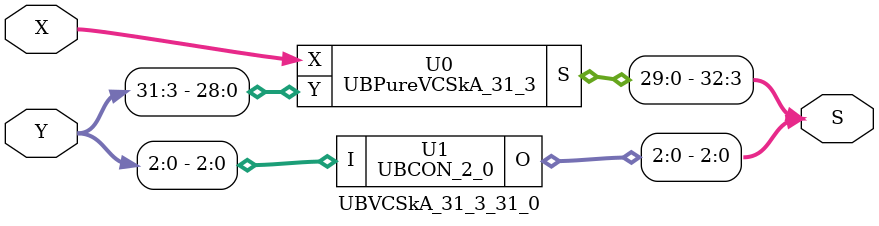
<source format=v>
/*----------------------------------------------------------------------------
  Copyright (c) 2021 Homma laboratory. All rights reserved.

  Top module: Multiplier_14_0_1000

  Number system: Unsigned binary
  Multiplicand length: 15
  Multiplier length: 15
  Partial product generation: PPG with Radix-4 modified Booth recoding
  Partial product accumulation: Balanced delay tree
  Final stage addition: Carry-skip adder (variable-block-size)
----------------------------------------------------------------------------*/

module NUBZero_15_15(O);
  output [15:15] O;
  assign O[15] = 0;
endmodule

module R4BEEL_0_2(O_ds, O_d1, O_d0, I2, I1);
  output O_ds, O_d1, O_d0;
  input I1;
  input I2;
  assign O_d0 = I1;
  assign O_d1 = I2 & ( ~ I1 );
  assign O_ds = I2;
endmodule

module R4BEE_1(O_ds, O_d1, O_d0, I2, I1, I0);
  output O_ds, O_d1, O_d0;
  input I0;
  input I1;
  input I2;
  assign O_d0 = I1 ^ I0;
  assign O_d1 = ( I2 ^ I1 ) & ( ~ ( I1 ^ I0 ) );
  assign O_ds = I2;
endmodule

module R4BEE_2(O_ds, O_d1, O_d0, I2, I1, I0);
  output O_ds, O_d1, O_d0;
  input I0;
  input I1;
  input I2;
  assign O_d0 = I1 ^ I0;
  assign O_d1 = ( I2 ^ I1 ) & ( ~ ( I1 ^ I0 ) );
  assign O_ds = I2;
endmodule

module R4BEE_3(O_ds, O_d1, O_d0, I2, I1, I0);
  output O_ds, O_d1, O_d0;
  input I0;
  input I1;
  input I2;
  assign O_d0 = I1 ^ I0;
  assign O_d1 = ( I2 ^ I1 ) & ( ~ ( I1 ^ I0 ) );
  assign O_ds = I2;
endmodule

module R4BEE_4(O_ds, O_d1, O_d0, I2, I1, I0);
  output O_ds, O_d1, O_d0;
  input I0;
  input I1;
  input I2;
  assign O_d0 = I1 ^ I0;
  assign O_d1 = ( I2 ^ I1 ) & ( ~ ( I1 ^ I0 ) );
  assign O_ds = I2;
endmodule

module R4BEE_5(O_ds, O_d1, O_d0, I2, I1, I0);
  output O_ds, O_d1, O_d0;
  input I0;
  input I1;
  input I2;
  assign O_d0 = I1 ^ I0;
  assign O_d1 = ( I2 ^ I1 ) & ( ~ ( I1 ^ I0 ) );
  assign O_ds = I2;
endmodule

module R4BEE_6(O_ds, O_d1, O_d0, I2, I1, I0);
  output O_ds, O_d1, O_d0;
  input I0;
  input I1;
  input I2;
  assign O_d0 = I1 ^ I0;
  assign O_d1 = ( I2 ^ I1 ) & ( ~ ( I1 ^ I0 ) );
  assign O_ds = I2;
endmodule

module R4BEEH_7_3(O_ds, O_d1, O_d0, I2, I1, I0);
  output O_ds, O_d1, O_d0;
  input I0;
  input I1;
  input I2;
  assign O_d0 = I1 ^ I0;
  assign O_d1 = ( I2 ^ I1 ) & ( ~ ( I1 ^ I0 ) );
  assign O_ds = I2;
endmodule

module SD41DDECON_0(S, U_d1, U_d0, I_ds, I_d1, I_d0);
  output S;
  output U_d1, U_d0;
  input I_ds, I_d1, I_d0;
  assign S = I_ds;
  assign U_d0 = I_d0;
  assign U_d1 = I_d1;
endmodule

module U4DPPGL_0_0(Po, O, I, U_d1, U_d0);
  output O;
  output Po;
  input I;
  input U_d1, U_d0;
  assign O = I & U_d0;
  assign Po = I & U_d1;
endmodule

module U4DPPG_1_0(Po, O, I, U_d1, U_d0, Pi);
  output O;
  output Po;
  input I;
  input Pi;
  input U_d1, U_d0;
  assign O = ( I & U_d0 ) | Pi;
  assign Po = I & U_d1;
endmodule

module U4DPPG_2_0(Po, O, I, U_d1, U_d0, Pi);
  output O;
  output Po;
  input I;
  input Pi;
  input U_d1, U_d0;
  assign O = ( I & U_d0 ) | Pi;
  assign Po = I & U_d1;
endmodule

module U4DPPG_3_0(Po, O, I, U_d1, U_d0, Pi);
  output O;
  output Po;
  input I;
  input Pi;
  input U_d1, U_d0;
  assign O = ( I & U_d0 ) | Pi;
  assign Po = I & U_d1;
endmodule

module U4DPPG_4_0(Po, O, I, U_d1, U_d0, Pi);
  output O;
  output Po;
  input I;
  input Pi;
  input U_d1, U_d0;
  assign O = ( I & U_d0 ) | Pi;
  assign Po = I & U_d1;
endmodule

module U4DPPG_5_0(Po, O, I, U_d1, U_d0, Pi);
  output O;
  output Po;
  input I;
  input Pi;
  input U_d1, U_d0;
  assign O = ( I & U_d0 ) | Pi;
  assign Po = I & U_d1;
endmodule

module U4DPPG_6_0(Po, O, I, U_d1, U_d0, Pi);
  output O;
  output Po;
  input I;
  input Pi;
  input U_d1, U_d0;
  assign O = ( I & U_d0 ) | Pi;
  assign Po = I & U_d1;
endmodule

module U4DPPG_7_0(Po, O, I, U_d1, U_d0, Pi);
  output O;
  output Po;
  input I;
  input Pi;
  input U_d1, U_d0;
  assign O = ( I & U_d0 ) | Pi;
  assign Po = I & U_d1;
endmodule

module U4DPPG_8_0(Po, O, I, U_d1, U_d0, Pi);
  output O;
  output Po;
  input I;
  input Pi;
  input U_d1, U_d0;
  assign O = ( I & U_d0 ) | Pi;
  assign Po = I & U_d1;
endmodule

module U4DPPG_9_0(Po, O, I, U_d1, U_d0, Pi);
  output O;
  output Po;
  input I;
  input Pi;
  input U_d1, U_d0;
  assign O = ( I & U_d0 ) | Pi;
  assign Po = I & U_d1;
endmodule

module U4DPPG_10_0(Po, O, I, U_d1, U_d0, Pi);
  output O;
  output Po;
  input I;
  input Pi;
  input U_d1, U_d0;
  assign O = ( I & U_d0 ) | Pi;
  assign Po = I & U_d1;
endmodule

module U4DPPG_11_0(Po, O, I, U_d1, U_d0, Pi);
  output O;
  output Po;
  input I;
  input Pi;
  input U_d1, U_d0;
  assign O = ( I & U_d0 ) | Pi;
  assign Po = I & U_d1;
endmodule

module U4DPPG_12_0(Po, O, I, U_d1, U_d0, Pi);
  output O;
  output Po;
  input I;
  input Pi;
  input U_d1, U_d0;
  assign O = ( I & U_d0 ) | Pi;
  assign Po = I & U_d1;
endmodule

module U4DPPG_13_0(Po, O, I, U_d1, U_d0, Pi);
  output O;
  output Po;
  input I;
  input Pi;
  input U_d1, U_d0;
  assign O = ( I & U_d0 ) | Pi;
  assign Po = I & U_d1;
endmodule

module U4DPPG_14_0(Po, O, I, U_d1, U_d0, Pi);
  output O;
  output Po;
  input I;
  input Pi;
  input U_d1, U_d0;
  assign O = ( I & U_d0 ) | Pi;
  assign Po = I & U_d1;
endmodule

module U4DPPGH_15_0(Po, O, I, U_d1, U_d0, Pi);
  output O;
  output Po;
  input I;
  input Pi;
  input U_d1, U_d0;
  assign O = ( I & U_d0 ) | Pi;
  assign Po = I & ( U_d1 | U_d0 );
endmodule

module BWCPP_0(O, I, S);
  output O;
  input I;
  input S;
  assign O = S ^ I;
endmodule

module BWCPP_1(O, I, S);
  output O;
  input I;
  input S;
  assign O = S ^ I;
endmodule

module BWCPP_2(O, I, S);
  output O;
  input I;
  input S;
  assign O = S ^ I;
endmodule

module BWCPP_3(O, I, S);
  output O;
  input I;
  input S;
  assign O = S ^ I;
endmodule

module BWCPP_4(O, I, S);
  output O;
  input I;
  input S;
  assign O = S ^ I;
endmodule

module BWCPP_5(O, I, S);
  output O;
  input I;
  input S;
  assign O = S ^ I;
endmodule

module BWCPP_6(O, I, S);
  output O;
  input I;
  input S;
  assign O = S ^ I;
endmodule

module BWCPP_7(O, I, S);
  output O;
  input I;
  input S;
  assign O = S ^ I;
endmodule

module BWCPP_8(O, I, S);
  output O;
  input I;
  input S;
  assign O = S ^ I;
endmodule

module BWCPP_9(O, I, S);
  output O;
  input I;
  input S;
  assign O = S ^ I;
endmodule

module BWCPP_10(O, I, S);
  output O;
  input I;
  input S;
  assign O = S ^ I;
endmodule

module BWCPP_11(O, I, S);
  output O;
  input I;
  input S;
  assign O = S ^ I;
endmodule

module BWCPP_12(O, I, S);
  output O;
  input I;
  input S;
  assign O = S ^ I;
endmodule

module BWCPP_13(O, I, S);
  output O;
  input I;
  input S;
  assign O = S ^ I;
endmodule

module BWCPP_14(O, I, S);
  output O;
  input I;
  input S;
  assign O = S ^ I;
endmodule

module BWCPP_15(O, I, S);
  output O;
  input I;
  input S;
  assign O = S ^ I;
endmodule

module BWCNP_16(O, I, S);
  output O;
  input I;
  input S;
  assign O = ( ~ S ) ^ I;
endmodule

module UBBBG_0(O, S);
  output O;
  input S;
  assign O = S;
endmodule

module SD41DDECON_1(S, U_d1, U_d0, I_ds, I_d1, I_d0);
  output S;
  output U_d1, U_d0;
  input I_ds, I_d1, I_d0;
  assign S = I_ds;
  assign U_d0 = I_d0;
  assign U_d1 = I_d1;
endmodule

module U4DPPGL_0_1(Po, O, I, U_d1, U_d0);
  output O;
  output Po;
  input I;
  input U_d1, U_d0;
  assign O = I & U_d0;
  assign Po = I & U_d1;
endmodule

module U4DPPG_1_1(Po, O, I, U_d1, U_d0, Pi);
  output O;
  output Po;
  input I;
  input Pi;
  input U_d1, U_d0;
  assign O = ( I & U_d0 ) | Pi;
  assign Po = I & U_d1;
endmodule

module U4DPPG_2_1(Po, O, I, U_d1, U_d0, Pi);
  output O;
  output Po;
  input I;
  input Pi;
  input U_d1, U_d0;
  assign O = ( I & U_d0 ) | Pi;
  assign Po = I & U_d1;
endmodule

module U4DPPG_3_1(Po, O, I, U_d1, U_d0, Pi);
  output O;
  output Po;
  input I;
  input Pi;
  input U_d1, U_d0;
  assign O = ( I & U_d0 ) | Pi;
  assign Po = I & U_d1;
endmodule

module U4DPPG_4_1(Po, O, I, U_d1, U_d0, Pi);
  output O;
  output Po;
  input I;
  input Pi;
  input U_d1, U_d0;
  assign O = ( I & U_d0 ) | Pi;
  assign Po = I & U_d1;
endmodule

module U4DPPG_5_1(Po, O, I, U_d1, U_d0, Pi);
  output O;
  output Po;
  input I;
  input Pi;
  input U_d1, U_d0;
  assign O = ( I & U_d0 ) | Pi;
  assign Po = I & U_d1;
endmodule

module U4DPPG_6_1(Po, O, I, U_d1, U_d0, Pi);
  output O;
  output Po;
  input I;
  input Pi;
  input U_d1, U_d0;
  assign O = ( I & U_d0 ) | Pi;
  assign Po = I & U_d1;
endmodule

module U4DPPG_7_1(Po, O, I, U_d1, U_d0, Pi);
  output O;
  output Po;
  input I;
  input Pi;
  input U_d1, U_d0;
  assign O = ( I & U_d0 ) | Pi;
  assign Po = I & U_d1;
endmodule

module U4DPPG_8_1(Po, O, I, U_d1, U_d0, Pi);
  output O;
  output Po;
  input I;
  input Pi;
  input U_d1, U_d0;
  assign O = ( I & U_d0 ) | Pi;
  assign Po = I & U_d1;
endmodule

module U4DPPG_9_1(Po, O, I, U_d1, U_d0, Pi);
  output O;
  output Po;
  input I;
  input Pi;
  input U_d1, U_d0;
  assign O = ( I & U_d0 ) | Pi;
  assign Po = I & U_d1;
endmodule

module U4DPPG_10_1(Po, O, I, U_d1, U_d0, Pi);
  output O;
  output Po;
  input I;
  input Pi;
  input U_d1, U_d0;
  assign O = ( I & U_d0 ) | Pi;
  assign Po = I & U_d1;
endmodule

module U4DPPG_11_1(Po, O, I, U_d1, U_d0, Pi);
  output O;
  output Po;
  input I;
  input Pi;
  input U_d1, U_d0;
  assign O = ( I & U_d0 ) | Pi;
  assign Po = I & U_d1;
endmodule

module U4DPPG_12_1(Po, O, I, U_d1, U_d0, Pi);
  output O;
  output Po;
  input I;
  input Pi;
  input U_d1, U_d0;
  assign O = ( I & U_d0 ) | Pi;
  assign Po = I & U_d1;
endmodule

module U4DPPG_13_1(Po, O, I, U_d1, U_d0, Pi);
  output O;
  output Po;
  input I;
  input Pi;
  input U_d1, U_d0;
  assign O = ( I & U_d0 ) | Pi;
  assign Po = I & U_d1;
endmodule

module U4DPPG_14_1(Po, O, I, U_d1, U_d0, Pi);
  output O;
  output Po;
  input I;
  input Pi;
  input U_d1, U_d0;
  assign O = ( I & U_d0 ) | Pi;
  assign Po = I & U_d1;
endmodule

module U4DPPGH_15_1(Po, O, I, U_d1, U_d0, Pi);
  output O;
  output Po;
  input I;
  input Pi;
  input U_d1, U_d0;
  assign O = ( I & U_d0 ) | Pi;
  assign Po = I & ( U_d1 | U_d0 );
endmodule

module BWCPP_16(O, I, S);
  output O;
  input I;
  input S;
  assign O = S ^ I;
endmodule

module BWCPP_17(O, I, S);
  output O;
  input I;
  input S;
  assign O = S ^ I;
endmodule

module BWCNP_18(O, I, S);
  output O;
  input I;
  input S;
  assign O = ( ~ S ) ^ I;
endmodule

module UBBBG_2(O, S);
  output O;
  input S;
  assign O = S;
endmodule

module SD41DDECON_2(S, U_d1, U_d0, I_ds, I_d1, I_d0);
  output S;
  output U_d1, U_d0;
  input I_ds, I_d1, I_d0;
  assign S = I_ds;
  assign U_d0 = I_d0;
  assign U_d1 = I_d1;
endmodule

module U4DPPGL_0_2(Po, O, I, U_d1, U_d0);
  output O;
  output Po;
  input I;
  input U_d1, U_d0;
  assign O = I & U_d0;
  assign Po = I & U_d1;
endmodule

module U4DPPG_1_2(Po, O, I, U_d1, U_d0, Pi);
  output O;
  output Po;
  input I;
  input Pi;
  input U_d1, U_d0;
  assign O = ( I & U_d0 ) | Pi;
  assign Po = I & U_d1;
endmodule

module U4DPPG_2_2(Po, O, I, U_d1, U_d0, Pi);
  output O;
  output Po;
  input I;
  input Pi;
  input U_d1, U_d0;
  assign O = ( I & U_d0 ) | Pi;
  assign Po = I & U_d1;
endmodule

module U4DPPG_3_2(Po, O, I, U_d1, U_d0, Pi);
  output O;
  output Po;
  input I;
  input Pi;
  input U_d1, U_d0;
  assign O = ( I & U_d0 ) | Pi;
  assign Po = I & U_d1;
endmodule

module U4DPPG_4_2(Po, O, I, U_d1, U_d0, Pi);
  output O;
  output Po;
  input I;
  input Pi;
  input U_d1, U_d0;
  assign O = ( I & U_d0 ) | Pi;
  assign Po = I & U_d1;
endmodule

module U4DPPG_5_2(Po, O, I, U_d1, U_d0, Pi);
  output O;
  output Po;
  input I;
  input Pi;
  input U_d1, U_d0;
  assign O = ( I & U_d0 ) | Pi;
  assign Po = I & U_d1;
endmodule

module U4DPPG_6_2(Po, O, I, U_d1, U_d0, Pi);
  output O;
  output Po;
  input I;
  input Pi;
  input U_d1, U_d0;
  assign O = ( I & U_d0 ) | Pi;
  assign Po = I & U_d1;
endmodule

module U4DPPG_7_2(Po, O, I, U_d1, U_d0, Pi);
  output O;
  output Po;
  input I;
  input Pi;
  input U_d1, U_d0;
  assign O = ( I & U_d0 ) | Pi;
  assign Po = I & U_d1;
endmodule

module U4DPPG_8_2(Po, O, I, U_d1, U_d0, Pi);
  output O;
  output Po;
  input I;
  input Pi;
  input U_d1, U_d0;
  assign O = ( I & U_d0 ) | Pi;
  assign Po = I & U_d1;
endmodule

module U4DPPG_9_2(Po, O, I, U_d1, U_d0, Pi);
  output O;
  output Po;
  input I;
  input Pi;
  input U_d1, U_d0;
  assign O = ( I & U_d0 ) | Pi;
  assign Po = I & U_d1;
endmodule

module U4DPPG_10_2(Po, O, I, U_d1, U_d0, Pi);
  output O;
  output Po;
  input I;
  input Pi;
  input U_d1, U_d0;
  assign O = ( I & U_d0 ) | Pi;
  assign Po = I & U_d1;
endmodule

module U4DPPG_11_2(Po, O, I, U_d1, U_d0, Pi);
  output O;
  output Po;
  input I;
  input Pi;
  input U_d1, U_d0;
  assign O = ( I & U_d0 ) | Pi;
  assign Po = I & U_d1;
endmodule

module U4DPPG_12_2(Po, O, I, U_d1, U_d0, Pi);
  output O;
  output Po;
  input I;
  input Pi;
  input U_d1, U_d0;
  assign O = ( I & U_d0 ) | Pi;
  assign Po = I & U_d1;
endmodule

module U4DPPG_13_2(Po, O, I, U_d1, U_d0, Pi);
  output O;
  output Po;
  input I;
  input Pi;
  input U_d1, U_d0;
  assign O = ( I & U_d0 ) | Pi;
  assign Po = I & U_d1;
endmodule

module U4DPPG_14_2(Po, O, I, U_d1, U_d0, Pi);
  output O;
  output Po;
  input I;
  input Pi;
  input U_d1, U_d0;
  assign O = ( I & U_d0 ) | Pi;
  assign Po = I & U_d1;
endmodule

module U4DPPGH_15_2(Po, O, I, U_d1, U_d0, Pi);
  output O;
  output Po;
  input I;
  input Pi;
  input U_d1, U_d0;
  assign O = ( I & U_d0 ) | Pi;
  assign Po = I & ( U_d1 | U_d0 );
endmodule

module BWCPP_18(O, I, S);
  output O;
  input I;
  input S;
  assign O = S ^ I;
endmodule

module BWCPP_19(O, I, S);
  output O;
  input I;
  input S;
  assign O = S ^ I;
endmodule

module BWCNP_20(O, I, S);
  output O;
  input I;
  input S;
  assign O = ( ~ S ) ^ I;
endmodule

module UBBBG_4(O, S);
  output O;
  input S;
  assign O = S;
endmodule

module SD41DDECON_3(S, U_d1, U_d0, I_ds, I_d1, I_d0);
  output S;
  output U_d1, U_d0;
  input I_ds, I_d1, I_d0;
  assign S = I_ds;
  assign U_d0 = I_d0;
  assign U_d1 = I_d1;
endmodule

module U4DPPGL_0_3(Po, O, I, U_d1, U_d0);
  output O;
  output Po;
  input I;
  input U_d1, U_d0;
  assign O = I & U_d0;
  assign Po = I & U_d1;
endmodule

module U4DPPG_1_3(Po, O, I, U_d1, U_d0, Pi);
  output O;
  output Po;
  input I;
  input Pi;
  input U_d1, U_d0;
  assign O = ( I & U_d0 ) | Pi;
  assign Po = I & U_d1;
endmodule

module U4DPPG_2_3(Po, O, I, U_d1, U_d0, Pi);
  output O;
  output Po;
  input I;
  input Pi;
  input U_d1, U_d0;
  assign O = ( I & U_d0 ) | Pi;
  assign Po = I & U_d1;
endmodule

module U4DPPG_3_3(Po, O, I, U_d1, U_d0, Pi);
  output O;
  output Po;
  input I;
  input Pi;
  input U_d1, U_d0;
  assign O = ( I & U_d0 ) | Pi;
  assign Po = I & U_d1;
endmodule

module U4DPPG_4_3(Po, O, I, U_d1, U_d0, Pi);
  output O;
  output Po;
  input I;
  input Pi;
  input U_d1, U_d0;
  assign O = ( I & U_d0 ) | Pi;
  assign Po = I & U_d1;
endmodule

module U4DPPG_5_3(Po, O, I, U_d1, U_d0, Pi);
  output O;
  output Po;
  input I;
  input Pi;
  input U_d1, U_d0;
  assign O = ( I & U_d0 ) | Pi;
  assign Po = I & U_d1;
endmodule

module U4DPPG_6_3(Po, O, I, U_d1, U_d0, Pi);
  output O;
  output Po;
  input I;
  input Pi;
  input U_d1, U_d0;
  assign O = ( I & U_d0 ) | Pi;
  assign Po = I & U_d1;
endmodule

module U4DPPG_7_3(Po, O, I, U_d1, U_d0, Pi);
  output O;
  output Po;
  input I;
  input Pi;
  input U_d1, U_d0;
  assign O = ( I & U_d0 ) | Pi;
  assign Po = I & U_d1;
endmodule

module U4DPPG_8_3(Po, O, I, U_d1, U_d0, Pi);
  output O;
  output Po;
  input I;
  input Pi;
  input U_d1, U_d0;
  assign O = ( I & U_d0 ) | Pi;
  assign Po = I & U_d1;
endmodule

module U4DPPG_9_3(Po, O, I, U_d1, U_d0, Pi);
  output O;
  output Po;
  input I;
  input Pi;
  input U_d1, U_d0;
  assign O = ( I & U_d0 ) | Pi;
  assign Po = I & U_d1;
endmodule

module U4DPPG_10_3(Po, O, I, U_d1, U_d0, Pi);
  output O;
  output Po;
  input I;
  input Pi;
  input U_d1, U_d0;
  assign O = ( I & U_d0 ) | Pi;
  assign Po = I & U_d1;
endmodule

module U4DPPG_11_3(Po, O, I, U_d1, U_d0, Pi);
  output O;
  output Po;
  input I;
  input Pi;
  input U_d1, U_d0;
  assign O = ( I & U_d0 ) | Pi;
  assign Po = I & U_d1;
endmodule

module U4DPPG_12_3(Po, O, I, U_d1, U_d0, Pi);
  output O;
  output Po;
  input I;
  input Pi;
  input U_d1, U_d0;
  assign O = ( I & U_d0 ) | Pi;
  assign Po = I & U_d1;
endmodule

module U4DPPG_13_3(Po, O, I, U_d1, U_d0, Pi);
  output O;
  output Po;
  input I;
  input Pi;
  input U_d1, U_d0;
  assign O = ( I & U_d0 ) | Pi;
  assign Po = I & U_d1;
endmodule

module U4DPPG_14_3(Po, O, I, U_d1, U_d0, Pi);
  output O;
  output Po;
  input I;
  input Pi;
  input U_d1, U_d0;
  assign O = ( I & U_d0 ) | Pi;
  assign Po = I & U_d1;
endmodule

module U4DPPGH_15_3(Po, O, I, U_d1, U_d0, Pi);
  output O;
  output Po;
  input I;
  input Pi;
  input U_d1, U_d0;
  assign O = ( I & U_d0 ) | Pi;
  assign Po = I & ( U_d1 | U_d0 );
endmodule

module BWCPP_20(O, I, S);
  output O;
  input I;
  input S;
  assign O = S ^ I;
endmodule

module BWCPP_21(O, I, S);
  output O;
  input I;
  input S;
  assign O = S ^ I;
endmodule

module BWCNP_22(O, I, S);
  output O;
  input I;
  input S;
  assign O = ( ~ S ) ^ I;
endmodule

module UBBBG_6(O, S);
  output O;
  input S;
  assign O = S;
endmodule

module SD41DDECON_4(S, U_d1, U_d0, I_ds, I_d1, I_d0);
  output S;
  output U_d1, U_d0;
  input I_ds, I_d1, I_d0;
  assign S = I_ds;
  assign U_d0 = I_d0;
  assign U_d1 = I_d1;
endmodule

module U4DPPGL_0_4(Po, O, I, U_d1, U_d0);
  output O;
  output Po;
  input I;
  input U_d1, U_d0;
  assign O = I & U_d0;
  assign Po = I & U_d1;
endmodule

module U4DPPG_1_4(Po, O, I, U_d1, U_d0, Pi);
  output O;
  output Po;
  input I;
  input Pi;
  input U_d1, U_d0;
  assign O = ( I & U_d0 ) | Pi;
  assign Po = I & U_d1;
endmodule

module U4DPPG_2_4(Po, O, I, U_d1, U_d0, Pi);
  output O;
  output Po;
  input I;
  input Pi;
  input U_d1, U_d0;
  assign O = ( I & U_d0 ) | Pi;
  assign Po = I & U_d1;
endmodule

module U4DPPG_3_4(Po, O, I, U_d1, U_d0, Pi);
  output O;
  output Po;
  input I;
  input Pi;
  input U_d1, U_d0;
  assign O = ( I & U_d0 ) | Pi;
  assign Po = I & U_d1;
endmodule

module U4DPPG_4_4(Po, O, I, U_d1, U_d0, Pi);
  output O;
  output Po;
  input I;
  input Pi;
  input U_d1, U_d0;
  assign O = ( I & U_d0 ) | Pi;
  assign Po = I & U_d1;
endmodule

module U4DPPG_5_4(Po, O, I, U_d1, U_d0, Pi);
  output O;
  output Po;
  input I;
  input Pi;
  input U_d1, U_d0;
  assign O = ( I & U_d0 ) | Pi;
  assign Po = I & U_d1;
endmodule

module U4DPPG_6_4(Po, O, I, U_d1, U_d0, Pi);
  output O;
  output Po;
  input I;
  input Pi;
  input U_d1, U_d0;
  assign O = ( I & U_d0 ) | Pi;
  assign Po = I & U_d1;
endmodule

module U4DPPG_7_4(Po, O, I, U_d1, U_d0, Pi);
  output O;
  output Po;
  input I;
  input Pi;
  input U_d1, U_d0;
  assign O = ( I & U_d0 ) | Pi;
  assign Po = I & U_d1;
endmodule

module U4DPPG_8_4(Po, O, I, U_d1, U_d0, Pi);
  output O;
  output Po;
  input I;
  input Pi;
  input U_d1, U_d0;
  assign O = ( I & U_d0 ) | Pi;
  assign Po = I & U_d1;
endmodule

module U4DPPG_9_4(Po, O, I, U_d1, U_d0, Pi);
  output O;
  output Po;
  input I;
  input Pi;
  input U_d1, U_d0;
  assign O = ( I & U_d0 ) | Pi;
  assign Po = I & U_d1;
endmodule

module U4DPPG_10_4(Po, O, I, U_d1, U_d0, Pi);
  output O;
  output Po;
  input I;
  input Pi;
  input U_d1, U_d0;
  assign O = ( I & U_d0 ) | Pi;
  assign Po = I & U_d1;
endmodule

module U4DPPG_11_4(Po, O, I, U_d1, U_d0, Pi);
  output O;
  output Po;
  input I;
  input Pi;
  input U_d1, U_d0;
  assign O = ( I & U_d0 ) | Pi;
  assign Po = I & U_d1;
endmodule

module U4DPPG_12_4(Po, O, I, U_d1, U_d0, Pi);
  output O;
  output Po;
  input I;
  input Pi;
  input U_d1, U_d0;
  assign O = ( I & U_d0 ) | Pi;
  assign Po = I & U_d1;
endmodule

module U4DPPG_13_4(Po, O, I, U_d1, U_d0, Pi);
  output O;
  output Po;
  input I;
  input Pi;
  input U_d1, U_d0;
  assign O = ( I & U_d0 ) | Pi;
  assign Po = I & U_d1;
endmodule

module U4DPPG_14_4(Po, O, I, U_d1, U_d0, Pi);
  output O;
  output Po;
  input I;
  input Pi;
  input U_d1, U_d0;
  assign O = ( I & U_d0 ) | Pi;
  assign Po = I & U_d1;
endmodule

module U4DPPGH_15_4(Po, O, I, U_d1, U_d0, Pi);
  output O;
  output Po;
  input I;
  input Pi;
  input U_d1, U_d0;
  assign O = ( I & U_d0 ) | Pi;
  assign Po = I & ( U_d1 | U_d0 );
endmodule

module BWCPP_22(O, I, S);
  output O;
  input I;
  input S;
  assign O = S ^ I;
endmodule

module BWCPP_23(O, I, S);
  output O;
  input I;
  input S;
  assign O = S ^ I;
endmodule

module BWCNP_24(O, I, S);
  output O;
  input I;
  input S;
  assign O = ( ~ S ) ^ I;
endmodule

module UBBBG_8(O, S);
  output O;
  input S;
  assign O = S;
endmodule

module SD41DDECON_5(S, U_d1, U_d0, I_ds, I_d1, I_d0);
  output S;
  output U_d1, U_d0;
  input I_ds, I_d1, I_d0;
  assign S = I_ds;
  assign U_d0 = I_d0;
  assign U_d1 = I_d1;
endmodule

module U4DPPGL_0_5(Po, O, I, U_d1, U_d0);
  output O;
  output Po;
  input I;
  input U_d1, U_d0;
  assign O = I & U_d0;
  assign Po = I & U_d1;
endmodule

module U4DPPG_1_5(Po, O, I, U_d1, U_d0, Pi);
  output O;
  output Po;
  input I;
  input Pi;
  input U_d1, U_d0;
  assign O = ( I & U_d0 ) | Pi;
  assign Po = I & U_d1;
endmodule

module U4DPPG_2_5(Po, O, I, U_d1, U_d0, Pi);
  output O;
  output Po;
  input I;
  input Pi;
  input U_d1, U_d0;
  assign O = ( I & U_d0 ) | Pi;
  assign Po = I & U_d1;
endmodule

module U4DPPG_3_5(Po, O, I, U_d1, U_d0, Pi);
  output O;
  output Po;
  input I;
  input Pi;
  input U_d1, U_d0;
  assign O = ( I & U_d0 ) | Pi;
  assign Po = I & U_d1;
endmodule

module U4DPPG_4_5(Po, O, I, U_d1, U_d0, Pi);
  output O;
  output Po;
  input I;
  input Pi;
  input U_d1, U_d0;
  assign O = ( I & U_d0 ) | Pi;
  assign Po = I & U_d1;
endmodule

module U4DPPG_5_5(Po, O, I, U_d1, U_d0, Pi);
  output O;
  output Po;
  input I;
  input Pi;
  input U_d1, U_d0;
  assign O = ( I & U_d0 ) | Pi;
  assign Po = I & U_d1;
endmodule

module U4DPPG_6_5(Po, O, I, U_d1, U_d0, Pi);
  output O;
  output Po;
  input I;
  input Pi;
  input U_d1, U_d0;
  assign O = ( I & U_d0 ) | Pi;
  assign Po = I & U_d1;
endmodule

module U4DPPG_7_5(Po, O, I, U_d1, U_d0, Pi);
  output O;
  output Po;
  input I;
  input Pi;
  input U_d1, U_d0;
  assign O = ( I & U_d0 ) | Pi;
  assign Po = I & U_d1;
endmodule

module U4DPPG_8_5(Po, O, I, U_d1, U_d0, Pi);
  output O;
  output Po;
  input I;
  input Pi;
  input U_d1, U_d0;
  assign O = ( I & U_d0 ) | Pi;
  assign Po = I & U_d1;
endmodule

module U4DPPG_9_5(Po, O, I, U_d1, U_d0, Pi);
  output O;
  output Po;
  input I;
  input Pi;
  input U_d1, U_d0;
  assign O = ( I & U_d0 ) | Pi;
  assign Po = I & U_d1;
endmodule

module U4DPPG_10_5(Po, O, I, U_d1, U_d0, Pi);
  output O;
  output Po;
  input I;
  input Pi;
  input U_d1, U_d0;
  assign O = ( I & U_d0 ) | Pi;
  assign Po = I & U_d1;
endmodule

module U4DPPG_11_5(Po, O, I, U_d1, U_d0, Pi);
  output O;
  output Po;
  input I;
  input Pi;
  input U_d1, U_d0;
  assign O = ( I & U_d0 ) | Pi;
  assign Po = I & U_d1;
endmodule

module U4DPPG_12_5(Po, O, I, U_d1, U_d0, Pi);
  output O;
  output Po;
  input I;
  input Pi;
  input U_d1, U_d0;
  assign O = ( I & U_d0 ) | Pi;
  assign Po = I & U_d1;
endmodule

module U4DPPG_13_5(Po, O, I, U_d1, U_d0, Pi);
  output O;
  output Po;
  input I;
  input Pi;
  input U_d1, U_d0;
  assign O = ( I & U_d0 ) | Pi;
  assign Po = I & U_d1;
endmodule

module U4DPPG_14_5(Po, O, I, U_d1, U_d0, Pi);
  output O;
  output Po;
  input I;
  input Pi;
  input U_d1, U_d0;
  assign O = ( I & U_d0 ) | Pi;
  assign Po = I & U_d1;
endmodule

module U4DPPGH_15_5(Po, O, I, U_d1, U_d0, Pi);
  output O;
  output Po;
  input I;
  input Pi;
  input U_d1, U_d0;
  assign O = ( I & U_d0 ) | Pi;
  assign Po = I & ( U_d1 | U_d0 );
endmodule

module BWCPP_24(O, I, S);
  output O;
  input I;
  input S;
  assign O = S ^ I;
endmodule

module BWCPP_25(O, I, S);
  output O;
  input I;
  input S;
  assign O = S ^ I;
endmodule

module BWCNP_26(O, I, S);
  output O;
  input I;
  input S;
  assign O = ( ~ S ) ^ I;
endmodule

module UBBBG_10(O, S);
  output O;
  input S;
  assign O = S;
endmodule

module SD41DDECON_6(S, U_d1, U_d0, I_ds, I_d1, I_d0);
  output S;
  output U_d1, U_d0;
  input I_ds, I_d1, I_d0;
  assign S = I_ds;
  assign U_d0 = I_d0;
  assign U_d1 = I_d1;
endmodule

module U4DPPGL_0_6(Po, O, I, U_d1, U_d0);
  output O;
  output Po;
  input I;
  input U_d1, U_d0;
  assign O = I & U_d0;
  assign Po = I & U_d1;
endmodule

module U4DPPG_1_6(Po, O, I, U_d1, U_d0, Pi);
  output O;
  output Po;
  input I;
  input Pi;
  input U_d1, U_d0;
  assign O = ( I & U_d0 ) | Pi;
  assign Po = I & U_d1;
endmodule

module U4DPPG_2_6(Po, O, I, U_d1, U_d0, Pi);
  output O;
  output Po;
  input I;
  input Pi;
  input U_d1, U_d0;
  assign O = ( I & U_d0 ) | Pi;
  assign Po = I & U_d1;
endmodule

module U4DPPG_3_6(Po, O, I, U_d1, U_d0, Pi);
  output O;
  output Po;
  input I;
  input Pi;
  input U_d1, U_d0;
  assign O = ( I & U_d0 ) | Pi;
  assign Po = I & U_d1;
endmodule

module U4DPPG_4_6(Po, O, I, U_d1, U_d0, Pi);
  output O;
  output Po;
  input I;
  input Pi;
  input U_d1, U_d0;
  assign O = ( I & U_d0 ) | Pi;
  assign Po = I & U_d1;
endmodule

module U4DPPG_5_6(Po, O, I, U_d1, U_d0, Pi);
  output O;
  output Po;
  input I;
  input Pi;
  input U_d1, U_d0;
  assign O = ( I & U_d0 ) | Pi;
  assign Po = I & U_d1;
endmodule

module U4DPPG_6_6(Po, O, I, U_d1, U_d0, Pi);
  output O;
  output Po;
  input I;
  input Pi;
  input U_d1, U_d0;
  assign O = ( I & U_d0 ) | Pi;
  assign Po = I & U_d1;
endmodule

module U4DPPG_7_6(Po, O, I, U_d1, U_d0, Pi);
  output O;
  output Po;
  input I;
  input Pi;
  input U_d1, U_d0;
  assign O = ( I & U_d0 ) | Pi;
  assign Po = I & U_d1;
endmodule

module U4DPPG_8_6(Po, O, I, U_d1, U_d0, Pi);
  output O;
  output Po;
  input I;
  input Pi;
  input U_d1, U_d0;
  assign O = ( I & U_d0 ) | Pi;
  assign Po = I & U_d1;
endmodule

module U4DPPG_9_6(Po, O, I, U_d1, U_d0, Pi);
  output O;
  output Po;
  input I;
  input Pi;
  input U_d1, U_d0;
  assign O = ( I & U_d0 ) | Pi;
  assign Po = I & U_d1;
endmodule

module U4DPPG_10_6(Po, O, I, U_d1, U_d0, Pi);
  output O;
  output Po;
  input I;
  input Pi;
  input U_d1, U_d0;
  assign O = ( I & U_d0 ) | Pi;
  assign Po = I & U_d1;
endmodule

module U4DPPG_11_6(Po, O, I, U_d1, U_d0, Pi);
  output O;
  output Po;
  input I;
  input Pi;
  input U_d1, U_d0;
  assign O = ( I & U_d0 ) | Pi;
  assign Po = I & U_d1;
endmodule

module U4DPPG_12_6(Po, O, I, U_d1, U_d0, Pi);
  output O;
  output Po;
  input I;
  input Pi;
  input U_d1, U_d0;
  assign O = ( I & U_d0 ) | Pi;
  assign Po = I & U_d1;
endmodule

module U4DPPG_13_6(Po, O, I, U_d1, U_d0, Pi);
  output O;
  output Po;
  input I;
  input Pi;
  input U_d1, U_d0;
  assign O = ( I & U_d0 ) | Pi;
  assign Po = I & U_d1;
endmodule

module U4DPPG_14_6(Po, O, I, U_d1, U_d0, Pi);
  output O;
  output Po;
  input I;
  input Pi;
  input U_d1, U_d0;
  assign O = ( I & U_d0 ) | Pi;
  assign Po = I & U_d1;
endmodule

module U4DPPGH_15_6(Po, O, I, U_d1, U_d0, Pi);
  output O;
  output Po;
  input I;
  input Pi;
  input U_d1, U_d0;
  assign O = ( I & U_d0 ) | Pi;
  assign Po = I & ( U_d1 | U_d0 );
endmodule

module BWCPP_26(O, I, S);
  output O;
  input I;
  input S;
  assign O = S ^ I;
endmodule

module BWCPP_27(O, I, S);
  output O;
  input I;
  input S;
  assign O = S ^ I;
endmodule

module BWCNP_28(O, I, S);
  output O;
  input I;
  input S;
  assign O = ( ~ S ) ^ I;
endmodule

module UBBBG_12(O, S);
  output O;
  input S;
  assign O = S;
endmodule

module SD41DDECON_7(S, U_d1, U_d0, I_ds, I_d1, I_d0);
  output S;
  output U_d1, U_d0;
  input I_ds, I_d1, I_d0;
  assign S = I_ds;
  assign U_d0 = I_d0;
  assign U_d1 = I_d1;
endmodule

module U4DPPGL_0_7(Po, O, I, U_d1, U_d0);
  output O;
  output Po;
  input I;
  input U_d1, U_d0;
  assign O = I & U_d0;
  assign Po = I & U_d1;
endmodule

module U4DPPG_1_7(Po, O, I, U_d1, U_d0, Pi);
  output O;
  output Po;
  input I;
  input Pi;
  input U_d1, U_d0;
  assign O = ( I & U_d0 ) | Pi;
  assign Po = I & U_d1;
endmodule

module U4DPPG_2_7(Po, O, I, U_d1, U_d0, Pi);
  output O;
  output Po;
  input I;
  input Pi;
  input U_d1, U_d0;
  assign O = ( I & U_d0 ) | Pi;
  assign Po = I & U_d1;
endmodule

module U4DPPG_3_7(Po, O, I, U_d1, U_d0, Pi);
  output O;
  output Po;
  input I;
  input Pi;
  input U_d1, U_d0;
  assign O = ( I & U_d0 ) | Pi;
  assign Po = I & U_d1;
endmodule

module U4DPPG_4_7(Po, O, I, U_d1, U_d0, Pi);
  output O;
  output Po;
  input I;
  input Pi;
  input U_d1, U_d0;
  assign O = ( I & U_d0 ) | Pi;
  assign Po = I & U_d1;
endmodule

module U4DPPG_5_7(Po, O, I, U_d1, U_d0, Pi);
  output O;
  output Po;
  input I;
  input Pi;
  input U_d1, U_d0;
  assign O = ( I & U_d0 ) | Pi;
  assign Po = I & U_d1;
endmodule

module U4DPPG_6_7(Po, O, I, U_d1, U_d0, Pi);
  output O;
  output Po;
  input I;
  input Pi;
  input U_d1, U_d0;
  assign O = ( I & U_d0 ) | Pi;
  assign Po = I & U_d1;
endmodule

module U4DPPG_7_7(Po, O, I, U_d1, U_d0, Pi);
  output O;
  output Po;
  input I;
  input Pi;
  input U_d1, U_d0;
  assign O = ( I & U_d0 ) | Pi;
  assign Po = I & U_d1;
endmodule

module U4DPPG_8_7(Po, O, I, U_d1, U_d0, Pi);
  output O;
  output Po;
  input I;
  input Pi;
  input U_d1, U_d0;
  assign O = ( I & U_d0 ) | Pi;
  assign Po = I & U_d1;
endmodule

module U4DPPG_9_7(Po, O, I, U_d1, U_d0, Pi);
  output O;
  output Po;
  input I;
  input Pi;
  input U_d1, U_d0;
  assign O = ( I & U_d0 ) | Pi;
  assign Po = I & U_d1;
endmodule

module U4DPPG_10_7(Po, O, I, U_d1, U_d0, Pi);
  output O;
  output Po;
  input I;
  input Pi;
  input U_d1, U_d0;
  assign O = ( I & U_d0 ) | Pi;
  assign Po = I & U_d1;
endmodule

module U4DPPG_11_7(Po, O, I, U_d1, U_d0, Pi);
  output O;
  output Po;
  input I;
  input Pi;
  input U_d1, U_d0;
  assign O = ( I & U_d0 ) | Pi;
  assign Po = I & U_d1;
endmodule

module U4DPPG_12_7(Po, O, I, U_d1, U_d0, Pi);
  output O;
  output Po;
  input I;
  input Pi;
  input U_d1, U_d0;
  assign O = ( I & U_d0 ) | Pi;
  assign Po = I & U_d1;
endmodule

module U4DPPG_13_7(Po, O, I, U_d1, U_d0, Pi);
  output O;
  output Po;
  input I;
  input Pi;
  input U_d1, U_d0;
  assign O = ( I & U_d0 ) | Pi;
  assign Po = I & U_d1;
endmodule

module U4DPPG_14_7(Po, O, I, U_d1, U_d0, Pi);
  output O;
  output Po;
  input I;
  input Pi;
  input U_d1, U_d0;
  assign O = ( I & U_d0 ) | Pi;
  assign Po = I & U_d1;
endmodule

module U4DPPGH_15_7(Po, O, I, U_d1, U_d0, Pi);
  output O;
  output Po;
  input I;
  input Pi;
  input U_d1, U_d0;
  assign O = ( I & U_d0 ) | Pi;
  assign Po = I & ( U_d1 | U_d0 );
endmodule

module BWCPP_28(O, I, S);
  output O;
  input I;
  input S;
  assign O = S ^ I;
endmodule

module BWCPP_29(O, I, S);
  output O;
  input I;
  input S;
  assign O = S ^ I;
endmodule

module BWCNP_30(O, I, S);
  output O;
  input I;
  input S;
  assign O = ( ~ S ) ^ I;
endmodule

module UBBBG_14(O, S);
  output O;
  input S;
  assign O = S;
endmodule

module UBOne_17(O);
  output O;
  assign O = 1;
endmodule

module UB1DCON_17(O, I);
  output O;
  input I;
  assign O = I;
endmodule

module UB1DCON_0(O, I);
  output O;
  input I;
  assign O = I;
endmodule

module UB1DCON_1(O, I);
  output O;
  input I;
  assign O = I;
endmodule

module UB1DCON_2(O, I);
  output O;
  input I;
  assign O = I;
endmodule

module UB1DCON_3(O, I);
  output O;
  input I;
  assign O = I;
endmodule

module UB1DCON_4(O, I);
  output O;
  input I;
  assign O = I;
endmodule

module UB1DCON_5(O, I);
  output O;
  input I;
  assign O = I;
endmodule

module UB1DCON_6(O, I);
  output O;
  input I;
  assign O = I;
endmodule

module UB1DCON_7(O, I);
  output O;
  input I;
  assign O = I;
endmodule

module UB1DCON_8(O, I);
  output O;
  input I;
  assign O = I;
endmodule

module UB1DCON_9(O, I);
  output O;
  input I;
  assign O = I;
endmodule

module UB1DCON_10(O, I);
  output O;
  input I;
  assign O = I;
endmodule

module UB1DCON_11(O, I);
  output O;
  input I;
  assign O = I;
endmodule

module UB1DCON_12(O, I);
  output O;
  input I;
  assign O = I;
endmodule

module UB1DCON_13(O, I);
  output O;
  input I;
  assign O = I;
endmodule

module UB1DCON_14(O, I);
  output O;
  input I;
  assign O = I;
endmodule

module UB1DCON_15(O, I);
  output O;
  input I;
  assign O = I;
endmodule

module UB1DCON_16(O, I);
  output O;
  input I;
  assign O = I;
endmodule

module UBOne_19(O);
  output O;
  assign O = 1;
endmodule

module UB1DCON_19(O, I);
  output O;
  input I;
  assign O = I;
endmodule

module UB1DCON_18(O, I);
  output O;
  input I;
  assign O = I;
endmodule

module UBZero_1_1(O);
  output [1:1] O;
  assign O[1] = 0;
endmodule

module UBOne_21(O);
  output O;
  assign O = 1;
endmodule

module UB1DCON_21(O, I);
  output O;
  input I;
  assign O = I;
endmodule

module UB1DCON_20(O, I);
  output O;
  input I;
  assign O = I;
endmodule

module UBZero_3_3(O);
  output [3:3] O;
  assign O[3] = 0;
endmodule

module UBOne_23(O);
  output O;
  assign O = 1;
endmodule

module UB1DCON_23(O, I);
  output O;
  input I;
  assign O = I;
endmodule

module UB1DCON_22(O, I);
  output O;
  input I;
  assign O = I;
endmodule

module UBZero_5_5(O);
  output [5:5] O;
  assign O[5] = 0;
endmodule

module UBOne_25(O);
  output O;
  assign O = 1;
endmodule

module UB1DCON_25(O, I);
  output O;
  input I;
  assign O = I;
endmodule

module UB1DCON_24(O, I);
  output O;
  input I;
  assign O = I;
endmodule

module UBZero_7_7(O);
  output [7:7] O;
  assign O[7] = 0;
endmodule

module UBOne_27(O);
  output O;
  assign O = 1;
endmodule

module UB1DCON_27(O, I);
  output O;
  input I;
  assign O = I;
endmodule

module UB1DCON_26(O, I);
  output O;
  input I;
  assign O = I;
endmodule

module UBZero_9_9(O);
  output [9:9] O;
  assign O[9] = 0;
endmodule

module UBOne_29(O);
  output O;
  assign O = 1;
endmodule

module UB1DCON_29(O, I);
  output O;
  input I;
  assign O = I;
endmodule

module UB1DCON_28(O, I);
  output O;
  input I;
  assign O = I;
endmodule

module UBZero_11_11(O);
  output [11:11] O;
  assign O[11] = 0;
endmodule

module UB1DCON_30(O, I);
  output O;
  input I;
  assign O = I;
endmodule

module UBZero_13_13(O);
  output [13:13] O;
  assign O[13] = 0;
endmodule

module UBOne_16(O);
  output O;
  assign O = 1;
endmodule

module UBZero_15_15(O);
  output [15:15] O;
  assign O[15] = 0;
endmodule

module UBHA_0(C, S, X, Y);
  output C;
  output S;
  input X;
  input Y;
  assign C = X & Y;
  assign S = X ^ Y;
endmodule

module UBHA_1(C, S, X, Y);
  output C;
  output S;
  input X;
  input Y;
  assign C = X & Y;
  assign S = X ^ Y;
endmodule

module UBFA_2(C, S, X, Y, Z);
  output C;
  output S;
  input X;
  input Y;
  input Z;
  assign C = ( X & Y ) | ( Y & Z ) | ( Z & X );
  assign S = X ^ Y ^ Z;
endmodule

module UBFA_3(C, S, X, Y, Z);
  output C;
  output S;
  input X;
  input Y;
  input Z;
  assign C = ( X & Y ) | ( Y & Z ) | ( Z & X );
  assign S = X ^ Y ^ Z;
endmodule

module UBFA_4(C, S, X, Y, Z);
  output C;
  output S;
  input X;
  input Y;
  input Z;
  assign C = ( X & Y ) | ( Y & Z ) | ( Z & X );
  assign S = X ^ Y ^ Z;
endmodule

module UBFA_5(C, S, X, Y, Z);
  output C;
  output S;
  input X;
  input Y;
  input Z;
  assign C = ( X & Y ) | ( Y & Z ) | ( Z & X );
  assign S = X ^ Y ^ Z;
endmodule

module UBFA_6(C, S, X, Y, Z);
  output C;
  output S;
  input X;
  input Y;
  input Z;
  assign C = ( X & Y ) | ( Y & Z ) | ( Z & X );
  assign S = X ^ Y ^ Z;
endmodule

module UBFA_7(C, S, X, Y, Z);
  output C;
  output S;
  input X;
  input Y;
  input Z;
  assign C = ( X & Y ) | ( Y & Z ) | ( Z & X );
  assign S = X ^ Y ^ Z;
endmodule

module UBFA_8(C, S, X, Y, Z);
  output C;
  output S;
  input X;
  input Y;
  input Z;
  assign C = ( X & Y ) | ( Y & Z ) | ( Z & X );
  assign S = X ^ Y ^ Z;
endmodule

module UBFA_9(C, S, X, Y, Z);
  output C;
  output S;
  input X;
  input Y;
  input Z;
  assign C = ( X & Y ) | ( Y & Z ) | ( Z & X );
  assign S = X ^ Y ^ Z;
endmodule

module UBFA_10(C, S, X, Y, Z);
  output C;
  output S;
  input X;
  input Y;
  input Z;
  assign C = ( X & Y ) | ( Y & Z ) | ( Z & X );
  assign S = X ^ Y ^ Z;
endmodule

module UBFA_11(C, S, X, Y, Z);
  output C;
  output S;
  input X;
  input Y;
  input Z;
  assign C = ( X & Y ) | ( Y & Z ) | ( Z & X );
  assign S = X ^ Y ^ Z;
endmodule

module UBFA_12(C, S, X, Y, Z);
  output C;
  output S;
  input X;
  input Y;
  input Z;
  assign C = ( X & Y ) | ( Y & Z ) | ( Z & X );
  assign S = X ^ Y ^ Z;
endmodule

module UBFA_13(C, S, X, Y, Z);
  output C;
  output S;
  input X;
  input Y;
  input Z;
  assign C = ( X & Y ) | ( Y & Z ) | ( Z & X );
  assign S = X ^ Y ^ Z;
endmodule

module UBFA_14(C, S, X, Y, Z);
  output C;
  output S;
  input X;
  input Y;
  input Z;
  assign C = ( X & Y ) | ( Y & Z ) | ( Z & X );
  assign S = X ^ Y ^ Z;
endmodule

module UBFA_15(C, S, X, Y, Z);
  output C;
  output S;
  input X;
  input Y;
  input Z;
  assign C = ( X & Y ) | ( Y & Z ) | ( Z & X );
  assign S = X ^ Y ^ Z;
endmodule

module UBFA_16(C, S, X, Y, Z);
  output C;
  output S;
  input X;
  input Y;
  input Z;
  assign C = ( X & Y ) | ( Y & Z ) | ( Z & X );
  assign S = X ^ Y ^ Z;
endmodule

module UBFA_17(C, S, X, Y, Z);
  output C;
  output S;
  input X;
  input Y;
  input Z;
  assign C = ( X & Y ) | ( Y & Z ) | ( Z & X );
  assign S = X ^ Y ^ Z;
endmodule

module UBHA_18(C, S, X, Y);
  output C;
  output S;
  input X;
  input Y;
  assign C = X & Y;
  assign S = X ^ Y;
endmodule

module UBHA_19(C, S, X, Y);
  output C;
  output S;
  input X;
  input Y;
  assign C = X & Y;
  assign S = X ^ Y;
endmodule

module UBHA_6(C, S, X, Y);
  output C;
  output S;
  input X;
  input Y;
  assign C = X & Y;
  assign S = X ^ Y;
endmodule

module UBHA_7(C, S, X, Y);
  output C;
  output S;
  input X;
  input Y;
  assign C = X & Y;
  assign S = X ^ Y;
endmodule

module UBFA_18(C, S, X, Y, Z);
  output C;
  output S;
  input X;
  input Y;
  input Z;
  assign C = ( X & Y ) | ( Y & Z ) | ( Z & X );
  assign S = X ^ Y ^ Z;
endmodule

module UBFA_19(C, S, X, Y, Z);
  output C;
  output S;
  input X;
  input Y;
  input Z;
  assign C = ( X & Y ) | ( Y & Z ) | ( Z & X );
  assign S = X ^ Y ^ Z;
endmodule

module UBFA_20(C, S, X, Y, Z);
  output C;
  output S;
  input X;
  input Y;
  input Z;
  assign C = ( X & Y ) | ( Y & Z ) | ( Z & X );
  assign S = X ^ Y ^ Z;
endmodule

module UBFA_21(C, S, X, Y, Z);
  output C;
  output S;
  input X;
  input Y;
  input Z;
  assign C = ( X & Y ) | ( Y & Z ) | ( Z & X );
  assign S = X ^ Y ^ Z;
endmodule

module UBFA_22(C, S, X, Y, Z);
  output C;
  output S;
  input X;
  input Y;
  input Z;
  assign C = ( X & Y ) | ( Y & Z ) | ( Z & X );
  assign S = X ^ Y ^ Z;
endmodule

module UBFA_23(C, S, X, Y, Z);
  output C;
  output S;
  input X;
  input Y;
  input Z;
  assign C = ( X & Y ) | ( Y & Z ) | ( Z & X );
  assign S = X ^ Y ^ Z;
endmodule

module UBHA_24(C, S, X, Y);
  output C;
  output S;
  input X;
  input Y;
  assign C = X & Y;
  assign S = X ^ Y;
endmodule

module UBHA_25(C, S, X, Y);
  output C;
  output S;
  input X;
  input Y;
  assign C = X & Y;
  assign S = X ^ Y;
endmodule

module UBHA_4(C, S, X, Y);
  output C;
  output S;
  input X;
  input Y;
  assign C = X & Y;
  assign S = X ^ Y;
endmodule

module UBHA_5(C, S, X, Y);
  output C;
  output S;
  input X;
  input Y;
  assign C = X & Y;
  assign S = X ^ Y;
endmodule

module UBHA_22(C, S, X, Y);
  output C;
  output S;
  input X;
  input Y;
  assign C = X & Y;
  assign S = X ^ Y;
endmodule

module UBHA_23(C, S, X, Y);
  output C;
  output S;
  input X;
  input Y;
  assign C = X & Y;
  assign S = X ^ Y;
endmodule

module UBHA_26(C, S, X, Y);
  output C;
  output S;
  input X;
  input Y;
  assign C = X & Y;
  assign S = X ^ Y;
endmodule

module UBHA_2(C, S, X, Y);
  output C;
  output S;
  input X;
  input Y;
  assign C = X & Y;
  assign S = X ^ Y;
endmodule

module UBHA_3(C, S, X, Y);
  output C;
  output S;
  input X;
  input Y;
  assign C = X & Y;
  assign S = X ^ Y;
endmodule

module UBHA_21(C, S, X, Y);
  output C;
  output S;
  input X;
  input Y;
  assign C = X & Y;
  assign S = X ^ Y;
endmodule

module UBHA_27(C, S, X, Y);
  output C;
  output S;
  input X;
  input Y;
  assign C = X & Y;
  assign S = X ^ Y;
endmodule

module UBHA_12(C, S, X, Y);
  output C;
  output S;
  input X;
  input Y;
  assign C = X & Y;
  assign S = X ^ Y;
endmodule

module UBHA_13(C, S, X, Y);
  output C;
  output S;
  input X;
  input Y;
  assign C = X & Y;
  assign S = X ^ Y;
endmodule

module UBHA_17(C, S, X, Y);
  output C;
  output S;
  input X;
  input Y;
  assign C = X & Y;
  assign S = X ^ Y;
endmodule

module UBHA_20(C, S, X, Y);
  output C;
  output S;
  input X;
  input Y;
  assign C = X & Y;
  assign S = X ^ Y;
endmodule

module UBHA_28(C, S, X, Y);
  output C;
  output S;
  input X;
  input Y;
  assign C = X & Y;
  assign S = X ^ Y;
endmodule

module UBHA_29(C, S, X, Y);
  output C;
  output S;
  input X;
  input Y;
  assign C = X & Y;
  assign S = X ^ Y;
endmodule

module UBHA_10(C, S, X, Y);
  output C;
  output S;
  input X;
  input Y;
  assign C = X & Y;
  assign S = X ^ Y;
endmodule

module UBHA_11(C, S, X, Y);
  output C;
  output S;
  input X;
  input Y;
  assign C = X & Y;
  assign S = X ^ Y;
endmodule

module UBFA_24(C, S, X, Y, Z);
  output C;
  output S;
  input X;
  input Y;
  input Z;
  assign C = ( X & Y ) | ( Y & Z ) | ( Z & X );
  assign S = X ^ Y ^ Z;
endmodule

module UBFA_25(C, S, X, Y, Z);
  output C;
  output S;
  input X;
  input Y;
  input Z;
  assign C = ( X & Y ) | ( Y & Z ) | ( Z & X );
  assign S = X ^ Y ^ Z;
endmodule

module UBFA_26(C, S, X, Y, Z);
  output C;
  output S;
  input X;
  input Y;
  input Z;
  assign C = ( X & Y ) | ( Y & Z ) | ( Z & X );
  assign S = X ^ Y ^ Z;
endmodule

module UBFA_27(C, S, X, Y, Z);
  output C;
  output S;
  input X;
  input Y;
  input Z;
  assign C = ( X & Y ) | ( Y & Z ) | ( Z & X );
  assign S = X ^ Y ^ Z;
endmodule

module UBHA_30(C, S, X, Y);
  output C;
  output S;
  input X;
  input Y;
  assign C = X & Y;
  assign S = X ^ Y;
endmodule

module UBHA_8(C, S, X, Y);
  output C;
  output S;
  input X;
  input Y;
  assign C = X & Y;
  assign S = X ^ Y;
endmodule

module UBHA_9(C, S, X, Y);
  output C;
  output S;
  input X;
  input Y;
  assign C = X & Y;
  assign S = X ^ Y;
endmodule

module UBFA_28(C, S, X, Y, Z);
  output C;
  output S;
  input X;
  input Y;
  input Z;
  assign C = ( X & Y ) | ( Y & Z ) | ( Z & X );
  assign S = X ^ Y ^ Z;
endmodule

module UB1DCON_31(O, I);
  output O;
  input I;
  assign O = I;
endmodule

module UBPFA_4(Co, S, P, X, Y, Ci);
  output Co;
  output P;
  output S;
  input Ci;
  input X;
  input Y;
  wire C_0;
  wire C_1;
  wire S_0;
  assign Co = C_0 | C_1;
  assign P = S_0;
  UBHA_4 U0 (C_0, S_0, X, Y);
  UBHA_4 U1 (C_1, S, S_0, Ci);
endmodule

module UBPFA_5(Co, S, P, X, Y, Ci);
  output Co;
  output P;
  output S;
  input Ci;
  input X;
  input Y;
  wire C_0;
  wire C_1;
  wire S_0;
  assign Co = C_0 | C_1;
  assign P = S_0;
  UBHA_5 U0 (C_0, S_0, X, Y);
  UBHA_5 U1 (C_1, S, S_0, Ci);
endmodule

module UBCSkB_5_4(Co, S, X, Y, Ci);
  output Co;
  output [5:4] S;
  input Ci;
  input [5:4] X;
  input [5:4] Y;
  wire C5;
  wire C6;
  wire P4;
  wire P5;
  wire Sk;
  assign Sk = ( P4 & P5 ) & Ci;
  assign Co = C6 | Sk;
  UBPFA_4 U0 (C5, S[4], P4, X[4], Y[4], Ci);
  UBPFA_5 U1 (C6, S[5], P5, X[5], Y[5], C5);
endmodule

module UBPFA_6(Co, S, P, X, Y, Ci);
  output Co;
  output P;
  output S;
  input Ci;
  input X;
  input Y;
  wire C_0;
  wire C_1;
  wire S_0;
  assign Co = C_0 | C_1;
  assign P = S_0;
  UBHA_6 U0 (C_0, S_0, X, Y);
  UBHA_6 U1 (C_1, S, S_0, Ci);
endmodule

module UBPFA_7(Co, S, P, X, Y, Ci);
  output Co;
  output P;
  output S;
  input Ci;
  input X;
  input Y;
  wire C_0;
  wire C_1;
  wire S_0;
  assign Co = C_0 | C_1;
  assign P = S_0;
  UBHA_7 U0 (C_0, S_0, X, Y);
  UBHA_7 U1 (C_1, S, S_0, Ci);
endmodule

module UBPFA_8(Co, S, P, X, Y, Ci);
  output Co;
  output P;
  output S;
  input Ci;
  input X;
  input Y;
  wire C_0;
  wire C_1;
  wire S_0;
  assign Co = C_0 | C_1;
  assign P = S_0;
  UBHA_8 U0 (C_0, S_0, X, Y);
  UBHA_8 U1 (C_1, S, S_0, Ci);
endmodule

module UBCSkB_8_6(Co, S, X, Y, Ci);
  output Co;
  output [8:6] S;
  input Ci;
  input [8:6] X;
  input [8:6] Y;
  wire C7;
  wire C8;
  wire C9;
  wire P6;
  wire P7;
  wire P8;
  wire Sk;
  assign Sk = ( P6 & P7 & P8 ) & Ci;
  assign Co = C9 | Sk;
  UBPFA_6 U0 (C7, S[6], P6, X[6], Y[6], Ci);
  UBPFA_7 U1 (C8, S[7], P7, X[7], Y[7], C7);
  UBPFA_8 U2 (C9, S[8], P8, X[8], Y[8], C8);
endmodule

module UBPFA_9(Co, S, P, X, Y, Ci);
  output Co;
  output P;
  output S;
  input Ci;
  input X;
  input Y;
  wire C_0;
  wire C_1;
  wire S_0;
  assign Co = C_0 | C_1;
  assign P = S_0;
  UBHA_9 U0 (C_0, S_0, X, Y);
  UBHA_9 U1 (C_1, S, S_0, Ci);
endmodule

module UBPFA_10(Co, S, P, X, Y, Ci);
  output Co;
  output P;
  output S;
  input Ci;
  input X;
  input Y;
  wire C_0;
  wire C_1;
  wire S_0;
  assign Co = C_0 | C_1;
  assign P = S_0;
  UBHA_10 U0 (C_0, S_0, X, Y);
  UBHA_10 U1 (C_1, S, S_0, Ci);
endmodule

module UBPFA_11(Co, S, P, X, Y, Ci);
  output Co;
  output P;
  output S;
  input Ci;
  input X;
  input Y;
  wire C_0;
  wire C_1;
  wire S_0;
  assign Co = C_0 | C_1;
  assign P = S_0;
  UBHA_11 U0 (C_0, S_0, X, Y);
  UBHA_11 U1 (C_1, S, S_0, Ci);
endmodule

module UBPFA_12(Co, S, P, X, Y, Ci);
  output Co;
  output P;
  output S;
  input Ci;
  input X;
  input Y;
  wire C_0;
  wire C_1;
  wire S_0;
  assign Co = C_0 | C_1;
  assign P = S_0;
  UBHA_12 U0 (C_0, S_0, X, Y);
  UBHA_12 U1 (C_1, S, S_0, Ci);
endmodule

module UBCSkB_12_9(Co, S, X, Y, Ci);
  output Co;
  output [12:9] S;
  input Ci;
  input [12:9] X;
  input [12:9] Y;
  wire C10;
  wire C11;
  wire C12;
  wire C13;
  wire P10;
  wire P11;
  wire P12;
  wire P9;
  wire Sk;
  assign Sk = ( P9 & P10 & P11 & P12 ) & Ci;
  assign Co = C13 | Sk;
  UBPFA_9 U0 (C10, S[9], P9, X[9], Y[9], Ci);
  UBPFA_10 U1 (C11, S[10], P10, X[10], Y[10], C10);
  UBPFA_11 U2 (C12, S[11], P11, X[11], Y[11], C11);
  UBPFA_12 U3 (C13, S[12], P12, X[12], Y[12], C12);
endmodule

module UBPFA_13(Co, S, P, X, Y, Ci);
  output Co;
  output P;
  output S;
  input Ci;
  input X;
  input Y;
  wire C_0;
  wire C_1;
  wire S_0;
  assign Co = C_0 | C_1;
  assign P = S_0;
  UBHA_13 U0 (C_0, S_0, X, Y);
  UBHA_13 U1 (C_1, S, S_0, Ci);
endmodule

module UBHA_14(C, S, X, Y);
  output C;
  output S;
  input X;
  input Y;
  assign C = X & Y;
  assign S = X ^ Y;
endmodule

module UBPFA_14(Co, S, P, X, Y, Ci);
  output Co;
  output P;
  output S;
  input Ci;
  input X;
  input Y;
  wire C_0;
  wire C_1;
  wire S_0;
  assign Co = C_0 | C_1;
  assign P = S_0;
  UBHA_14 U0 (C_0, S_0, X, Y);
  UBHA_14 U1 (C_1, S, S_0, Ci);
endmodule

module UBHA_15(C, S, X, Y);
  output C;
  output S;
  input X;
  input Y;
  assign C = X & Y;
  assign S = X ^ Y;
endmodule

module UBPFA_15(Co, S, P, X, Y, Ci);
  output Co;
  output P;
  output S;
  input Ci;
  input X;
  input Y;
  wire C_0;
  wire C_1;
  wire S_0;
  assign Co = C_0 | C_1;
  assign P = S_0;
  UBHA_15 U0 (C_0, S_0, X, Y);
  UBHA_15 U1 (C_1, S, S_0, Ci);
endmodule

module UBHA_16(C, S, X, Y);
  output C;
  output S;
  input X;
  input Y;
  assign C = X & Y;
  assign S = X ^ Y;
endmodule

module UBPFA_16(Co, S, P, X, Y, Ci);
  output Co;
  output P;
  output S;
  input Ci;
  input X;
  input Y;
  wire C_0;
  wire C_1;
  wire S_0;
  assign Co = C_0 | C_1;
  assign P = S_0;
  UBHA_16 U0 (C_0, S_0, X, Y);
  UBHA_16 U1 (C_1, S, S_0, Ci);
endmodule

module UBPFA_17(Co, S, P, X, Y, Ci);
  output Co;
  output P;
  output S;
  input Ci;
  input X;
  input Y;
  wire C_0;
  wire C_1;
  wire S_0;
  assign Co = C_0 | C_1;
  assign P = S_0;
  UBHA_17 U0 (C_0, S_0, X, Y);
  UBHA_17 U1 (C_1, S, S_0, Ci);
endmodule

module UBCSkB_17_13(Co, S, X, Y, Ci);
  output Co;
  output [17:13] S;
  input Ci;
  input [17:13] X;
  input [17:13] Y;
  wire C14;
  wire C15;
  wire C16;
  wire C17;
  wire C18;
  wire P13;
  wire P14;
  wire P15;
  wire P16;
  wire P17;
  wire Sk;
  assign Sk = ( P13 & P14 & P15 & P16 & P17 ) & Ci;
  assign Co = C18 | Sk;
  UBPFA_13 U0 (C14, S[13], P13, X[13], Y[13], Ci);
  UBPFA_14 U1 (C15, S[14], P14, X[14], Y[14], C14);
  UBPFA_15 U2 (C16, S[15], P15, X[15], Y[15], C15);
  UBPFA_16 U3 (C17, S[16], P16, X[16], Y[16], C16);
  UBPFA_17 U4 (C18, S[17], P17, X[17], Y[17], C17);
endmodule

module UBPFA_18(Co, S, P, X, Y, Ci);
  output Co;
  output P;
  output S;
  input Ci;
  input X;
  input Y;
  wire C_0;
  wire C_1;
  wire S_0;
  assign Co = C_0 | C_1;
  assign P = S_0;
  UBHA_18 U0 (C_0, S_0, X, Y);
  UBHA_18 U1 (C_1, S, S_0, Ci);
endmodule

module UBPFA_19(Co, S, P, X, Y, Ci);
  output Co;
  output P;
  output S;
  input Ci;
  input X;
  input Y;
  wire C_0;
  wire C_1;
  wire S_0;
  assign Co = C_0 | C_1;
  assign P = S_0;
  UBHA_19 U0 (C_0, S_0, X, Y);
  UBHA_19 U1 (C_1, S, S_0, Ci);
endmodule

module UBPFA_20(Co, S, P, X, Y, Ci);
  output Co;
  output P;
  output S;
  input Ci;
  input X;
  input Y;
  wire C_0;
  wire C_1;
  wire S_0;
  assign Co = C_0 | C_1;
  assign P = S_0;
  UBHA_20 U0 (C_0, S_0, X, Y);
  UBHA_20 U1 (C_1, S, S_0, Ci);
endmodule

module UBPFA_21(Co, S, P, X, Y, Ci);
  output Co;
  output P;
  output S;
  input Ci;
  input X;
  input Y;
  wire C_0;
  wire C_1;
  wire S_0;
  assign Co = C_0 | C_1;
  assign P = S_0;
  UBHA_21 U0 (C_0, S_0, X, Y);
  UBHA_21 U1 (C_1, S, S_0, Ci);
endmodule

module UBPFA_22(Co, S, P, X, Y, Ci);
  output Co;
  output P;
  output S;
  input Ci;
  input X;
  input Y;
  wire C_0;
  wire C_1;
  wire S_0;
  assign Co = C_0 | C_1;
  assign P = S_0;
  UBHA_22 U0 (C_0, S_0, X, Y);
  UBHA_22 U1 (C_1, S, S_0, Ci);
endmodule

module UBCSkB_22_18(Co, S, X, Y, Ci);
  output Co;
  output [22:18] S;
  input Ci;
  input [22:18] X;
  input [22:18] Y;
  wire C19;
  wire C20;
  wire C21;
  wire C22;
  wire C23;
  wire P18;
  wire P19;
  wire P20;
  wire P21;
  wire P22;
  wire Sk;
  assign Sk = ( P18 & P19 & P20 & P21 & P22 ) & Ci;
  assign Co = C23 | Sk;
  UBPFA_18 U0 (C19, S[18], P18, X[18], Y[18], Ci);
  UBPFA_19 U1 (C20, S[19], P19, X[19], Y[19], C19);
  UBPFA_20 U2 (C21, S[20], P20, X[20], Y[20], C20);
  UBPFA_21 U3 (C22, S[21], P21, X[21], Y[21], C21);
  UBPFA_22 U4 (C23, S[22], P22, X[22], Y[22], C22);
endmodule

module UBPFA_23(Co, S, P, X, Y, Ci);
  output Co;
  output P;
  output S;
  input Ci;
  input X;
  input Y;
  wire C_0;
  wire C_1;
  wire S_0;
  assign Co = C_0 | C_1;
  assign P = S_0;
  UBHA_23 U0 (C_0, S_0, X, Y);
  UBHA_23 U1 (C_1, S, S_0, Ci);
endmodule

module UBPFA_24(Co, S, P, X, Y, Ci);
  output Co;
  output P;
  output S;
  input Ci;
  input X;
  input Y;
  wire C_0;
  wire C_1;
  wire S_0;
  assign Co = C_0 | C_1;
  assign P = S_0;
  UBHA_24 U0 (C_0, S_0, X, Y);
  UBHA_24 U1 (C_1, S, S_0, Ci);
endmodule

module UBPFA_25(Co, S, P, X, Y, Ci);
  output Co;
  output P;
  output S;
  input Ci;
  input X;
  input Y;
  wire C_0;
  wire C_1;
  wire S_0;
  assign Co = C_0 | C_1;
  assign P = S_0;
  UBHA_25 U0 (C_0, S_0, X, Y);
  UBHA_25 U1 (C_1, S, S_0, Ci);
endmodule

module UBPFA_26(Co, S, P, X, Y, Ci);
  output Co;
  output P;
  output S;
  input Ci;
  input X;
  input Y;
  wire C_0;
  wire C_1;
  wire S_0;
  assign Co = C_0 | C_1;
  assign P = S_0;
  UBHA_26 U0 (C_0, S_0, X, Y);
  UBHA_26 U1 (C_1, S, S_0, Ci);
endmodule

module UBCSkB_26_23(Co, S, X, Y, Ci);
  output Co;
  output [26:23] S;
  input Ci;
  input [26:23] X;
  input [26:23] Y;
  wire C24;
  wire C25;
  wire C26;
  wire C27;
  wire P23;
  wire P24;
  wire P25;
  wire P26;
  wire Sk;
  assign Sk = ( P23 & P24 & P25 & P26 ) & Ci;
  assign Co = C27 | Sk;
  UBPFA_23 U0 (C24, S[23], P23, X[23], Y[23], Ci);
  UBPFA_24 U1 (C25, S[24], P24, X[24], Y[24], C24);
  UBPFA_25 U2 (C26, S[25], P25, X[25], Y[25], C25);
  UBPFA_26 U3 (C27, S[26], P26, X[26], Y[26], C26);
endmodule

module UBPFA_27(Co, S, P, X, Y, Ci);
  output Co;
  output P;
  output S;
  input Ci;
  input X;
  input Y;
  wire C_0;
  wire C_1;
  wire S_0;
  assign Co = C_0 | C_1;
  assign P = S_0;
  UBHA_27 U0 (C_0, S_0, X, Y);
  UBHA_27 U1 (C_1, S, S_0, Ci);
endmodule

module UBPFA_28(Co, S, P, X, Y, Ci);
  output Co;
  output P;
  output S;
  input Ci;
  input X;
  input Y;
  wire C_0;
  wire C_1;
  wire S_0;
  assign Co = C_0 | C_1;
  assign P = S_0;
  UBHA_28 U0 (C_0, S_0, X, Y);
  UBHA_28 U1 (C_1, S, S_0, Ci);
endmodule

module UBPFA_29(Co, S, P, X, Y, Ci);
  output Co;
  output P;
  output S;
  input Ci;
  input X;
  input Y;
  wire C_0;
  wire C_1;
  wire S_0;
  assign Co = C_0 | C_1;
  assign P = S_0;
  UBHA_29 U0 (C_0, S_0, X, Y);
  UBHA_29 U1 (C_1, S, S_0, Ci);
endmodule

module UBCSkB_29_27(Co, S, X, Y, Ci);
  output Co;
  output [29:27] S;
  input Ci;
  input [29:27] X;
  input [29:27] Y;
  wire C28;
  wire C29;
  wire C30;
  wire P27;
  wire P28;
  wire P29;
  wire Sk;
  assign Sk = ( P27 & P28 & P29 ) & Ci;
  assign Co = C30 | Sk;
  UBPFA_27 U0 (C28, S[27], P27, X[27], Y[27], Ci);
  UBPFA_28 U1 (C29, S[28], P28, X[28], Y[28], C28);
  UBPFA_29 U2 (C30, S[29], P29, X[29], Y[29], C29);
endmodule

module UBPFA_30(Co, S, P, X, Y, Ci);
  output Co;
  output P;
  output S;
  input Ci;
  input X;
  input Y;
  wire C_0;
  wire C_1;
  wire S_0;
  assign Co = C_0 | C_1;
  assign P = S_0;
  UBHA_30 U0 (C_0, S_0, X, Y);
  UBHA_30 U1 (C_1, S, S_0, Ci);
endmodule

module UBHA_31(C, S, X, Y);
  output C;
  output S;
  input X;
  input Y;
  assign C = X & Y;
  assign S = X ^ Y;
endmodule

module UBPFA_31(Co, S, P, X, Y, Ci);
  output Co;
  output P;
  output S;
  input Ci;
  input X;
  input Y;
  wire C_0;
  wire C_1;
  wire S_0;
  assign Co = C_0 | C_1;
  assign P = S_0;
  UBHA_31 U0 (C_0, S_0, X, Y);
  UBHA_31 U1 (C_1, S, S_0, Ci);
endmodule

module UBCSkB_31_30(Co, S, X, Y, Ci);
  output Co;
  output [31:30] S;
  input Ci;
  input [31:30] X;
  input [31:30] Y;
  wire C31;
  wire C32;
  wire P30;
  wire P31;
  wire Sk;
  assign Sk = ( P30 & P31 ) & Ci;
  assign Co = C32 | Sk;
  UBPFA_30 U0 (C31, S[30], P30, X[30], Y[30], Ci);
  UBPFA_31 U1 (C32, S[31], P31, X[31], Y[31], C31);
endmodule

module UBPriVCSkA_31_3(S, X, Y, Cin);
  output [32:3] S;
  input Cin;
  input [31:3] X;
  input [31:3] Y;
  wire C13;
  wire C18;
  wire C23;
  wire C27;
  wire C30;
  wire C4;
  wire C6;
  wire C9;
  UBFA_3 U0 (C4, S[3], X[3], Y[3], Cin);
  UBCSkB_5_4 U1 (C6, S[5:4], X[5:4], Y[5:4], C4);
  UBCSkB_8_6 U2 (C9, S[8:6], X[8:6], Y[8:6], C6);
  UBCSkB_12_9 U3 (C13, S[12:9], X[12:9], Y[12:9], C9);
  UBCSkB_17_13 U4 (C18, S[17:13], X[17:13], Y[17:13], C13);
  UBCSkB_22_18 U5 (C23, S[22:18], X[22:18], Y[22:18], C18);
  UBCSkB_26_23 U6 (C27, S[26:23], X[26:23], Y[26:23], C23);
  UBCSkB_29_27 U7 (C30, S[29:27], X[29:27], Y[29:27], C27);
  UBCSkB_31_30 U8 (S[32], S[31:30], X[31:30], Y[31:30], C30);
endmodule

module UBTC1CON33_0(O, I);
  output O;
  input I;
  assign O = I;
endmodule

module UBTC1CON33_1(O, I);
  output O;
  input I;
  assign O = I;
endmodule

module UBTC1CON33_2(O, I);
  output O;
  input I;
  assign O = I;
endmodule

module UBTC1CON33_3(O, I);
  output O;
  input I;
  assign O = I;
endmodule

module UBTC1CON33_4(O, I);
  output O;
  input I;
  assign O = I;
endmodule

module UBTC1CON33_5(O, I);
  output O;
  input I;
  assign O = I;
endmodule

module UBTC1CON33_6(O, I);
  output O;
  input I;
  assign O = I;
endmodule

module UBTC1CON33_7(O, I);
  output O;
  input I;
  assign O = I;
endmodule

module UBTC1CON33_8(O, I);
  output O;
  input I;
  assign O = I;
endmodule

module UBTC1CON33_9(O, I);
  output O;
  input I;
  assign O = I;
endmodule

module UBTC1CON33_10(O, I);
  output O;
  input I;
  assign O = I;
endmodule

module UBTC1CON33_11(O, I);
  output O;
  input I;
  assign O = I;
endmodule

module UBTC1CON33_12(O, I);
  output O;
  input I;
  assign O = I;
endmodule

module UBTC1CON33_13(O, I);
  output O;
  input I;
  assign O = I;
endmodule

module UBTC1CON33_14(O, I);
  output O;
  input I;
  assign O = I;
endmodule

module UBTC1CON33_15(O, I);
  output O;
  input I;
  assign O = I;
endmodule

module UBTC1CON33_16(O, I);
  output O;
  input I;
  assign O = I;
endmodule

module UBTC1CON33_17(O, I);
  output O;
  input I;
  assign O = I;
endmodule

module UBTC1CON33_18(O, I);
  output O;
  input I;
  assign O = I;
endmodule

module UBTC1CON33_19(O, I);
  output O;
  input I;
  assign O = I;
endmodule

module UBTC1CON33_20(O, I);
  output O;
  input I;
  assign O = I;
endmodule

module UBTC1CON33_21(O, I);
  output O;
  input I;
  assign O = I;
endmodule

module UBTC1CON33_22(O, I);
  output O;
  input I;
  assign O = I;
endmodule

module UBTC1CON33_23(O, I);
  output O;
  input I;
  assign O = I;
endmodule

module UBTC1CON33_24(O, I);
  output O;
  input I;
  assign O = I;
endmodule

module UBTC1CON33_25(O, I);
  output O;
  input I;
  assign O = I;
endmodule

module UBTC1CON33_26(O, I);
  output O;
  input I;
  assign O = I;
endmodule

module UBTC1CON33_27(O, I);
  output O;
  input I;
  assign O = I;
endmodule

module UBTC1CON33_28(O, I);
  output O;
  input I;
  assign O = I;
endmodule

module UBTC1CON33_29(O, I);
  output O;
  input I;
  assign O = I;
endmodule

module UBTC1CON33_30(O, I);
  output O;
  input I;
  assign O = I;
endmodule

module UBTCTCONV_32_31(O, I);
  output [33:31] O;
  input [32:31] I;
  assign O[31] = ~ I[31];
  assign O[32] = ~ I[32] ^ ( I[31] );
  assign O[33] = ~ ( I[32] | I[31] );
endmodule

module Multiplier_14_0_1000(P, IN1, IN2);
  output [29:0] P;
  input [14:0] IN1;
  input [14:0] IN2;
  wire [33:0] W;
  assign P[0] = W[0];
  assign P[1] = W[1];
  assign P[2] = W[2];
  assign P[3] = W[3];
  assign P[4] = W[4];
  assign P[5] = W[5];
  assign P[6] = W[6];
  assign P[7] = W[7];
  assign P[8] = W[8];
  assign P[9] = W[9];
  assign P[10] = W[10];
  assign P[11] = W[11];
  assign P[12] = W[12];
  assign P[13] = W[13];
  assign P[14] = W[14];
  assign P[15] = W[15];
  assign P[16] = W[16];
  assign P[17] = W[17];
  assign P[18] = W[18];
  assign P[19] = W[19];
  assign P[20] = W[20];
  assign P[21] = W[21];
  assign P[22] = W[22];
  assign P[23] = W[23];
  assign P[24] = W[24];
  assign P[25] = W[25];
  assign P[26] = W[26];
  assign P[27] = W[27];
  assign P[28] = W[28];
  assign P[29] = W[29];
  MultUB_R4B_BLD_VC000 U0 (W, IN1, IN2);
endmodule

module BLDCON_20_1_21_0_000 (S1, S2, IN0, IN1, IN2, IN3);
  output [28:2] S1;
  output [27:0] S2;
  input [20:1] IN0;
  input [21:0] IN1;
  input [26:7] IN2;
  input [27:4] IN3;
  wire [27:5] W1;
  wire [27:0] W2;
  CSA_21_0_26_7_27_000 U0 (W1, W2, IN1, IN2, IN3);
  CSA_27_5_27_0_20_000 U1 (S1, S2, W1, W2, IN0);
endmodule

module BLDCON_28_2_27_0_000 (S1, S2, IN0, IN1, IN2, IN3);
  output [31:3] S1;
  output [31:0] S2;
  input [28:2] IN0;
  input [27:0] IN1;
  input [30:13] IN2;
  input [30:10] IN3;
  wire [31:11] W1;
  wire [30:0] W2;
  CSA_27_0_30_13_30000 U0 (W1, W2, IN1, IN2, IN3);
  CSA_31_11_30_0_28000 U1 (S1, S2, W1, W2, IN0);
endmodule

module BLDTR_17_0_19_0_2000 (S1, S2, PP0, PP1, PP2, PP3, PP4, PP5, PP6, PP7, PP8);
  output [31:3] S1;
  output [31:0] S2;
  input [17:0] PP0;
  input [19:0] PP1;
  input [21:2] PP2;
  input [23:4] PP3;
  input [25:6] PP4;
  input [27:8] PP5;
  input [29:10] PP6;
  input [30:12] PP7;
  input [16:14] PP8;
  wire [28:2] W0;
  wire [27:0] W1;
  wire [30:13] W2;
  wire [30:10] W3;
  BLDTR_17_0_19_0_2001 U0 (W0, W1, PP0, PP1, PP2, PP3, PP4, PP5);
  UBARYACC_29_10_30000 U1 (W2, W3, PP6, PP7, PP8);
  BLDCON_28_2_27_0_000 U2 (S1, S2, W0, W1, W2, W3);
endmodule

module BLDTR_17_0_19_0_2001 (S1, S2, PP0, PP1, PP2, PP3, PP4, PP5);
  output [28:2] S1;
  output [27:0] S2;
  input [17:0] PP0;
  input [19:0] PP1;
  input [21:2] PP2;
  input [23:4] PP3;
  input [25:6] PP4;
  input [27:8] PP5;
  wire [20:1] W0;
  wire [21:0] W1;
  wire [26:7] W2;
  wire [27:4] W3;
  UBARYACC_17_0_19_000 U0 (W0, W1, PP0, PP1, PP2);
  UBARYACC_23_4_25_000 U1 (W2, W3, PP3, PP4, PP5);
  BLDCON_20_1_21_0_000 U2 (S1, S2, W0, W1, W2, W3);
endmodule

module CSA_17_0_19_0_21_000 (C, S, X, Y, Z);
  output [20:1] C;
  output [21:0] S;
  input [17:0] X;
  input [19:0] Y;
  input [21:2] Z;
  PureCSHA_1_0 U0 (C[2:1], S[1:0], Y[1:0], X[1:0]);
  PureCSA_17_2 U1 (C[18:3], S[17:2], Z[17:2], Y[17:2], X[17:2]);
  PureCSHA_19_18 U2 (C[20:19], S[19:18], Z[19:18], Y[19:18]);
  UBCON_21_20 U3 (S[21:20], Z[21:20]);
endmodule

module CSA_21_0_26_7_27_000 (C, S, X, Y, Z);
  output [27:5] C;
  output [27:0] S;
  input [21:0] X;
  input [26:7] Y;
  input [27:4] Z;
  UBCON_3_0 U0 (S[3:0], X[3:0]);
  PureCSHA_6_4 U1 (C[7:5], S[6:4], Z[6:4], X[6:4]);
  PureCSA_21_7 U2 (C[22:8], S[21:7], Y[21:7], Z[21:7], X[21:7]);
  PureCSHA_26_22 U3 (C[27:23], S[26:22], Z[26:22], Y[26:22]);
  UB1DCON_27 U4 (S[27], Z[27]);
endmodule

module CSA_23_4_25_6_27_000 (C, S, X, Y, Z);
  output [26:7] C;
  output [27:4] S;
  input [23:4] X;
  input [25:6] Y;
  input [27:8] Z;
  UBCON_5_4 U0 (S[5:4], X[5:4]);
  PureCSHA_7_6 U1 (C[8:7], S[7:6], Y[7:6], X[7:6]);
  PureCSA_23_8 U2 (C[24:9], S[23:8], Z[23:8], Y[23:8], X[23:8]);
  PureCSHA_25_24 U3 (C[26:25], S[25:24], Z[25:24], Y[25:24]);
  UBCON_27_26 U4 (S[27:26], Z[27:26]);
endmodule

module CSA_27_0_30_13_30000 (C, S, X, Y, Z);
  output [31:11] C;
  output [30:0] S;
  input [27:0] X;
  input [30:13] Y;
  input [30:10] Z;
  UBCON_9_0 U0 (S[9:0], X[9:0]);
  PureCSHA_12_10 U1 (C[13:11], S[12:10], Z[12:10], X[12:10]);
  PureCSA_27_13 U2 (C[28:14], S[27:13], Y[27:13], Z[27:13], X[27:13]);
  PureCSHA_30_28 U3 (C[31:29], S[30:28], Z[30:28], Y[30:28]);
endmodule

module CSA_27_5_27_0_20_000 (C, S, X, Y, Z);
  output [28:2] C;
  output [27:0] S;
  input [27:5] X;
  input [27:0] Y;
  input [20:1] Z;
  UB1DCON_0 U0 (S[0], Y[0]);
  PureCSHA_4_1 U1 (C[5:2], S[4:1], Z[4:1], Y[4:1]);
  PureCSA_20_5 U2 (C[21:6], S[20:5], X[20:5], Z[20:5], Y[20:5]);
  PureCSHA_27_21 U3 (C[28:22], S[27:21], X[27:21], Y[27:21]);
endmodule

module CSA_29_10_30_12_1000 (C, S, X, Y, Z);
  output [30:13] C;
  output [30:10] S;
  input [29:10] X;
  input [30:12] Y;
  input [16:14] Z;
  UBCON_11_10 U0 (S[11:10], X[11:10]);
  PureCSHA_13_12 U1 (C[14:13], S[13:12], Y[13:12], X[13:12]);
  PureCSA_16_14 U2 (C[17:15], S[16:14], Z[16:14], Y[16:14], X[16:14]);
  PureCSHA_29_17 U3 (C[30:18], S[29:17], Y[29:17], X[29:17]);
  UB1DCON_30 U4 (S[30], Y[30]);
endmodule

module CSA_31_11_30_0_28000 (C, S, X, Y, Z);
  output [31:3] C;
  output [31:0] S;
  input [31:11] X;
  input [30:0] Y;
  input [28:2] Z;
  UBCON_1_0 U0 (S[1:0], Y[1:0]);
  PureCSHA_10_2 U1 (C[11:3], S[10:2], Z[10:2], Y[10:2]);
  PureCSA_28_11 U2 (C[29:12], S[28:11], X[28:11], Z[28:11], Y[28:11]);
  PureCSHA_30_29 U3 (C[31:30], S[30:29], X[30:29], Y[30:29]);
  UB1DCON_31 U4 (S[31], X[31]);
endmodule

module MultUB_R4B_BLD_VC000 (P, IN1, IN2);
  output [33:0] P;
  input [14:0] IN1;
  input [14:0] IN2;
  wire [17:0] PP0;
  wire [19:0] PP1;
  wire [21:2] PP2;
  wire [23:4] PP3;
  wire [25:6] PP4;
  wire [27:8] PP5;
  wire [29:10] PP6;
  wire [30:12] PP7;
  wire [16:14] PP8;
  wire [31:3] S1;
  wire [31:0] S2;
  wire [32:0] UP;
  UBR4BPPG_14_0_14_000 U0 (PP0, PP1, PP2, PP3, PP4, PP5, PP6, PP7, PP8, IN1, IN2);
  BLDTR_17_0_19_0_2000 U1 (S1, S2, PP0, PP1, PP2, PP3, PP4, PP5, PP6, PP7, PP8);
  UBVCSkA_31_3_31_0 U2 (UP, S1, S2);
  UBTCCONV31_32_0 U3 (P, UP);
endmodule

module PureCSA_16_14 (C, S, X, Y, Z);
  output [17:15] C;
  output [16:14] S;
  input [16:14] X;
  input [16:14] Y;
  input [16:14] Z;
  UBFA_14 U0 (C[15], S[14], X[14], Y[14], Z[14]);
  UBFA_15 U1 (C[16], S[15], X[15], Y[15], Z[15]);
  UBFA_16 U2 (C[17], S[16], X[16], Y[16], Z[16]);
endmodule

module PureCSA_17_2 (C, S, X, Y, Z);
  output [18:3] C;
  output [17:2] S;
  input [17:2] X;
  input [17:2] Y;
  input [17:2] Z;
  UBFA_2 U0 (C[3], S[2], X[2], Y[2], Z[2]);
  UBFA_3 U1 (C[4], S[3], X[3], Y[3], Z[3]);
  UBFA_4 U2 (C[5], S[4], X[4], Y[4], Z[4]);
  UBFA_5 U3 (C[6], S[5], X[5], Y[5], Z[5]);
  UBFA_6 U4 (C[7], S[6], X[6], Y[6], Z[6]);
  UBFA_7 U5 (C[8], S[7], X[7], Y[7], Z[7]);
  UBFA_8 U6 (C[9], S[8], X[8], Y[8], Z[8]);
  UBFA_9 U7 (C[10], S[9], X[9], Y[9], Z[9]);
  UBFA_10 U8 (C[11], S[10], X[10], Y[10], Z[10]);
  UBFA_11 U9 (C[12], S[11], X[11], Y[11], Z[11]);
  UBFA_12 U10 (C[13], S[12], X[12], Y[12], Z[12]);
  UBFA_13 U11 (C[14], S[13], X[13], Y[13], Z[13]);
  UBFA_14 U12 (C[15], S[14], X[14], Y[14], Z[14]);
  UBFA_15 U13 (C[16], S[15], X[15], Y[15], Z[15]);
  UBFA_16 U14 (C[17], S[16], X[16], Y[16], Z[16]);
  UBFA_17 U15 (C[18], S[17], X[17], Y[17], Z[17]);
endmodule

module PureCSA_20_5 (C, S, X, Y, Z);
  output [21:6] C;
  output [20:5] S;
  input [20:5] X;
  input [20:5] Y;
  input [20:5] Z;
  UBFA_5 U0 (C[6], S[5], X[5], Y[5], Z[5]);
  UBFA_6 U1 (C[7], S[6], X[6], Y[6], Z[6]);
  UBFA_7 U2 (C[8], S[7], X[7], Y[7], Z[7]);
  UBFA_8 U3 (C[9], S[8], X[8], Y[8], Z[8]);
  UBFA_9 U4 (C[10], S[9], X[9], Y[9], Z[9]);
  UBFA_10 U5 (C[11], S[10], X[10], Y[10], Z[10]);
  UBFA_11 U6 (C[12], S[11], X[11], Y[11], Z[11]);
  UBFA_12 U7 (C[13], S[12], X[12], Y[12], Z[12]);
  UBFA_13 U8 (C[14], S[13], X[13], Y[13], Z[13]);
  UBFA_14 U9 (C[15], S[14], X[14], Y[14], Z[14]);
  UBFA_15 U10 (C[16], S[15], X[15], Y[15], Z[15]);
  UBFA_16 U11 (C[17], S[16], X[16], Y[16], Z[16]);
  UBFA_17 U12 (C[18], S[17], X[17], Y[17], Z[17]);
  UBFA_18 U13 (C[19], S[18], X[18], Y[18], Z[18]);
  UBFA_19 U14 (C[20], S[19], X[19], Y[19], Z[19]);
  UBFA_20 U15 (C[21], S[20], X[20], Y[20], Z[20]);
endmodule

module PureCSA_21_7 (C, S, X, Y, Z);
  output [22:8] C;
  output [21:7] S;
  input [21:7] X;
  input [21:7] Y;
  input [21:7] Z;
  UBFA_7 U0 (C[8], S[7], X[7], Y[7], Z[7]);
  UBFA_8 U1 (C[9], S[8], X[8], Y[8], Z[8]);
  UBFA_9 U2 (C[10], S[9], X[9], Y[9], Z[9]);
  UBFA_10 U3 (C[11], S[10], X[10], Y[10], Z[10]);
  UBFA_11 U4 (C[12], S[11], X[11], Y[11], Z[11]);
  UBFA_12 U5 (C[13], S[12], X[12], Y[12], Z[12]);
  UBFA_13 U6 (C[14], S[13], X[13], Y[13], Z[13]);
  UBFA_14 U7 (C[15], S[14], X[14], Y[14], Z[14]);
  UBFA_15 U8 (C[16], S[15], X[15], Y[15], Z[15]);
  UBFA_16 U9 (C[17], S[16], X[16], Y[16], Z[16]);
  UBFA_17 U10 (C[18], S[17], X[17], Y[17], Z[17]);
  UBFA_18 U11 (C[19], S[18], X[18], Y[18], Z[18]);
  UBFA_19 U12 (C[20], S[19], X[19], Y[19], Z[19]);
  UBFA_20 U13 (C[21], S[20], X[20], Y[20], Z[20]);
  UBFA_21 U14 (C[22], S[21], X[21], Y[21], Z[21]);
endmodule

module PureCSA_23_8 (C, S, X, Y, Z);
  output [24:9] C;
  output [23:8] S;
  input [23:8] X;
  input [23:8] Y;
  input [23:8] Z;
  UBFA_8 U0 (C[9], S[8], X[8], Y[8], Z[8]);
  UBFA_9 U1 (C[10], S[9], X[9], Y[9], Z[9]);
  UBFA_10 U2 (C[11], S[10], X[10], Y[10], Z[10]);
  UBFA_11 U3 (C[12], S[11], X[11], Y[11], Z[11]);
  UBFA_12 U4 (C[13], S[12], X[12], Y[12], Z[12]);
  UBFA_13 U5 (C[14], S[13], X[13], Y[13], Z[13]);
  UBFA_14 U6 (C[15], S[14], X[14], Y[14], Z[14]);
  UBFA_15 U7 (C[16], S[15], X[15], Y[15], Z[15]);
  UBFA_16 U8 (C[17], S[16], X[16], Y[16], Z[16]);
  UBFA_17 U9 (C[18], S[17], X[17], Y[17], Z[17]);
  UBFA_18 U10 (C[19], S[18], X[18], Y[18], Z[18]);
  UBFA_19 U11 (C[20], S[19], X[19], Y[19], Z[19]);
  UBFA_20 U12 (C[21], S[20], X[20], Y[20], Z[20]);
  UBFA_21 U13 (C[22], S[21], X[21], Y[21], Z[21]);
  UBFA_22 U14 (C[23], S[22], X[22], Y[22], Z[22]);
  UBFA_23 U15 (C[24], S[23], X[23], Y[23], Z[23]);
endmodule

module PureCSA_27_13 (C, S, X, Y, Z);
  output [28:14] C;
  output [27:13] S;
  input [27:13] X;
  input [27:13] Y;
  input [27:13] Z;
  UBFA_13 U0 (C[14], S[13], X[13], Y[13], Z[13]);
  UBFA_14 U1 (C[15], S[14], X[14], Y[14], Z[14]);
  UBFA_15 U2 (C[16], S[15], X[15], Y[15], Z[15]);
  UBFA_16 U3 (C[17], S[16], X[16], Y[16], Z[16]);
  UBFA_17 U4 (C[18], S[17], X[17], Y[17], Z[17]);
  UBFA_18 U5 (C[19], S[18], X[18], Y[18], Z[18]);
  UBFA_19 U6 (C[20], S[19], X[19], Y[19], Z[19]);
  UBFA_20 U7 (C[21], S[20], X[20], Y[20], Z[20]);
  UBFA_21 U8 (C[22], S[21], X[21], Y[21], Z[21]);
  UBFA_22 U9 (C[23], S[22], X[22], Y[22], Z[22]);
  UBFA_23 U10 (C[24], S[23], X[23], Y[23], Z[23]);
  UBFA_24 U11 (C[25], S[24], X[24], Y[24], Z[24]);
  UBFA_25 U12 (C[26], S[25], X[25], Y[25], Z[25]);
  UBFA_26 U13 (C[27], S[26], X[26], Y[26], Z[26]);
  UBFA_27 U14 (C[28], S[27], X[27], Y[27], Z[27]);
endmodule

module PureCSA_28_11 (C, S, X, Y, Z);
  output [29:12] C;
  output [28:11] S;
  input [28:11] X;
  input [28:11] Y;
  input [28:11] Z;
  UBFA_11 U0 (C[12], S[11], X[11], Y[11], Z[11]);
  UBFA_12 U1 (C[13], S[12], X[12], Y[12], Z[12]);
  UBFA_13 U2 (C[14], S[13], X[13], Y[13], Z[13]);
  UBFA_14 U3 (C[15], S[14], X[14], Y[14], Z[14]);
  UBFA_15 U4 (C[16], S[15], X[15], Y[15], Z[15]);
  UBFA_16 U5 (C[17], S[16], X[16], Y[16], Z[16]);
  UBFA_17 U6 (C[18], S[17], X[17], Y[17], Z[17]);
  UBFA_18 U7 (C[19], S[18], X[18], Y[18], Z[18]);
  UBFA_19 U8 (C[20], S[19], X[19], Y[19], Z[19]);
  UBFA_20 U9 (C[21], S[20], X[20], Y[20], Z[20]);
  UBFA_21 U10 (C[22], S[21], X[21], Y[21], Z[21]);
  UBFA_22 U11 (C[23], S[22], X[22], Y[22], Z[22]);
  UBFA_23 U12 (C[24], S[23], X[23], Y[23], Z[23]);
  UBFA_24 U13 (C[25], S[24], X[24], Y[24], Z[24]);
  UBFA_25 U14 (C[26], S[25], X[25], Y[25], Z[25]);
  UBFA_26 U15 (C[27], S[26], X[26], Y[26], Z[26]);
  UBFA_27 U16 (C[28], S[27], X[27], Y[27], Z[27]);
  UBFA_28 U17 (C[29], S[28], X[28], Y[28], Z[28]);
endmodule

module PureCSHA_10_2 (C, S, X, Y);
  output [11:3] C;
  output [10:2] S;
  input [10:2] X;
  input [10:2] Y;
  UBHA_2 U0 (C[3], S[2], X[2], Y[2]);
  UBHA_3 U1 (C[4], S[3], X[3], Y[3]);
  UBHA_4 U2 (C[5], S[4], X[4], Y[4]);
  UBHA_5 U3 (C[6], S[5], X[5], Y[5]);
  UBHA_6 U4 (C[7], S[6], X[6], Y[6]);
  UBHA_7 U5 (C[8], S[7], X[7], Y[7]);
  UBHA_8 U6 (C[9], S[8], X[8], Y[8]);
  UBHA_9 U7 (C[10], S[9], X[9], Y[9]);
  UBHA_10 U8 (C[11], S[10], X[10], Y[10]);
endmodule

module PureCSHA_12_10 (C, S, X, Y);
  output [13:11] C;
  output [12:10] S;
  input [12:10] X;
  input [12:10] Y;
  UBHA_10 U0 (C[11], S[10], X[10], Y[10]);
  UBHA_11 U1 (C[12], S[11], X[11], Y[11]);
  UBHA_12 U2 (C[13], S[12], X[12], Y[12]);
endmodule

module PureCSHA_13_12 (C, S, X, Y);
  output [14:13] C;
  output [13:12] S;
  input [13:12] X;
  input [13:12] Y;
  UBHA_12 U0 (C[13], S[12], X[12], Y[12]);
  UBHA_13 U1 (C[14], S[13], X[13], Y[13]);
endmodule

module PureCSHA_19_18 (C, S, X, Y);
  output [20:19] C;
  output [19:18] S;
  input [19:18] X;
  input [19:18] Y;
  UBHA_18 U0 (C[19], S[18], X[18], Y[18]);
  UBHA_19 U1 (C[20], S[19], X[19], Y[19]);
endmodule

module PureCSHA_1_0 (C, S, X, Y);
  output [2:1] C;
  output [1:0] S;
  input [1:0] X;
  input [1:0] Y;
  UBHA_0 U0 (C[1], S[0], X[0], Y[0]);
  UBHA_1 U1 (C[2], S[1], X[1], Y[1]);
endmodule

module PureCSHA_25_24 (C, S, X, Y);
  output [26:25] C;
  output [25:24] S;
  input [25:24] X;
  input [25:24] Y;
  UBHA_24 U0 (C[25], S[24], X[24], Y[24]);
  UBHA_25 U1 (C[26], S[25], X[25], Y[25]);
endmodule

module PureCSHA_26_22 (C, S, X, Y);
  output [27:23] C;
  output [26:22] S;
  input [26:22] X;
  input [26:22] Y;
  UBHA_22 U0 (C[23], S[22], X[22], Y[22]);
  UBHA_23 U1 (C[24], S[23], X[23], Y[23]);
  UBHA_24 U2 (C[25], S[24], X[24], Y[24]);
  UBHA_25 U3 (C[26], S[25], X[25], Y[25]);
  UBHA_26 U4 (C[27], S[26], X[26], Y[26]);
endmodule

module PureCSHA_27_21 (C, S, X, Y);
  output [28:22] C;
  output [27:21] S;
  input [27:21] X;
  input [27:21] Y;
  UBHA_21 U0 (C[22], S[21], X[21], Y[21]);
  UBHA_22 U1 (C[23], S[22], X[22], Y[22]);
  UBHA_23 U2 (C[24], S[23], X[23], Y[23]);
  UBHA_24 U3 (C[25], S[24], X[24], Y[24]);
  UBHA_25 U4 (C[26], S[25], X[25], Y[25]);
  UBHA_26 U5 (C[27], S[26], X[26], Y[26]);
  UBHA_27 U6 (C[28], S[27], X[27], Y[27]);
endmodule

module PureCSHA_29_17 (C, S, X, Y);
  output [30:18] C;
  output [29:17] S;
  input [29:17] X;
  input [29:17] Y;
  UBHA_17 U0 (C[18], S[17], X[17], Y[17]);
  UBHA_18 U1 (C[19], S[18], X[18], Y[18]);
  UBHA_19 U2 (C[20], S[19], X[19], Y[19]);
  UBHA_20 U3 (C[21], S[20], X[20], Y[20]);
  UBHA_21 U4 (C[22], S[21], X[21], Y[21]);
  UBHA_22 U5 (C[23], S[22], X[22], Y[22]);
  UBHA_23 U6 (C[24], S[23], X[23], Y[23]);
  UBHA_24 U7 (C[25], S[24], X[24], Y[24]);
  UBHA_25 U8 (C[26], S[25], X[25], Y[25]);
  UBHA_26 U9 (C[27], S[26], X[26], Y[26]);
  UBHA_27 U10 (C[28], S[27], X[27], Y[27]);
  UBHA_28 U11 (C[29], S[28], X[28], Y[28]);
  UBHA_29 U12 (C[30], S[29], X[29], Y[29]);
endmodule

module PureCSHA_30_28 (C, S, X, Y);
  output [31:29] C;
  output [30:28] S;
  input [30:28] X;
  input [30:28] Y;
  UBHA_28 U0 (C[29], S[28], X[28], Y[28]);
  UBHA_29 U1 (C[30], S[29], X[29], Y[29]);
  UBHA_30 U2 (C[31], S[30], X[30], Y[30]);
endmodule

module PureCSHA_30_29 (C, S, X, Y);
  output [31:30] C;
  output [30:29] S;
  input [30:29] X;
  input [30:29] Y;
  UBHA_29 U0 (C[30], S[29], X[29], Y[29]);
  UBHA_30 U1 (C[31], S[30], X[30], Y[30]);
endmodule

module PureCSHA_4_1 (C, S, X, Y);
  output [5:2] C;
  output [4:1] S;
  input [4:1] X;
  input [4:1] Y;
  UBHA_1 U0 (C[2], S[1], X[1], Y[1]);
  UBHA_2 U1 (C[3], S[2], X[2], Y[2]);
  UBHA_3 U2 (C[4], S[3], X[3], Y[3]);
  UBHA_4 U3 (C[5], S[4], X[4], Y[4]);
endmodule

module PureCSHA_6_4 (C, S, X, Y);
  output [7:5] C;
  output [6:4] S;
  input [6:4] X;
  input [6:4] Y;
  UBHA_4 U0 (C[5], S[4], X[4], Y[4]);
  UBHA_5 U1 (C[6], S[5], X[5], Y[5]);
  UBHA_6 U2 (C[7], S[6], X[6], Y[6]);
endmodule

module PureCSHA_7_6 (C, S, X, Y);
  output [8:7] C;
  output [7:6] S;
  input [7:6] X;
  input [7:6] Y;
  UBHA_6 U0 (C[7], S[6], X[6], Y[6]);
  UBHA_7 U1 (C[8], S[7], X[7], Y[7]);
endmodule

module TCU4VPPG_15_0_0 (O_T, O_R, IN1_T, IN1_R, U__d1, U__d0);
  output [15:0] O_R;
  output O_T;
  input [14:0] IN1_R;
  input IN1_T;
  input U__d1, U__d0;
  wire [15:1] P;
  U4DPPGL_0_0 U0 (P[1], O_R[0], IN1_R[0], U__d1, U__d0);
  U4DPPG_1_0 U1 (P[2], O_R[1], IN1_R[1], U__d1, U__d0, P[1]);
  U4DPPG_2_0 U2 (P[3], O_R[2], IN1_R[2], U__d1, U__d0, P[2]);
  U4DPPG_3_0 U3 (P[4], O_R[3], IN1_R[3], U__d1, U__d0, P[3]);
  U4DPPG_4_0 U4 (P[5], O_R[4], IN1_R[4], U__d1, U__d0, P[4]);
  U4DPPG_5_0 U5 (P[6], O_R[5], IN1_R[5], U__d1, U__d0, P[5]);
  U4DPPG_6_0 U6 (P[7], O_R[6], IN1_R[6], U__d1, U__d0, P[6]);
  U4DPPG_7_0 U7 (P[8], O_R[7], IN1_R[7], U__d1, U__d0, P[7]);
  U4DPPG_8_0 U8 (P[9], O_R[8], IN1_R[8], U__d1, U__d0, P[8]);
  U4DPPG_9_0 U9 (P[10], O_R[9], IN1_R[9], U__d1, U__d0, P[9]);
  U4DPPG_10_0 U10 (P[11], O_R[10], IN1_R[10], U__d1, U__d0, P[10]);
  U4DPPG_11_0 U11 (P[12], O_R[11], IN1_R[11], U__d1, U__d0, P[11]);
  U4DPPG_12_0 U12 (P[13], O_R[12], IN1_R[12], U__d1, U__d0, P[12]);
  U4DPPG_13_0 U13 (P[14], O_R[13], IN1_R[13], U__d1, U__d0, P[13]);
  U4DPPG_14_0 U14 (P[15], O_R[14], IN1_R[14], U__d1, U__d0, P[14]);
  U4DPPGH_15_0 U15 (O_T, O_R[15], IN1_T, U__d1, U__d0, P[15]);
endmodule

module TCU4VPPG_15_0_1 (O_T, O_R, IN1_T, IN1_R, U__d1, U__d0);
  output [17:2] O_R;
  output O_T;
  input [14:0] IN1_R;
  input IN1_T;
  input U__d1, U__d0;
  wire [17:3] P;
  U4DPPGL_0_1 U0 (P[3], O_R[2], IN1_R[0], U__d1, U__d0);
  U4DPPG_1_1 U1 (P[4], O_R[3], IN1_R[1], U__d1, U__d0, P[3]);
  U4DPPG_2_1 U2 (P[5], O_R[4], IN1_R[2], U__d1, U__d0, P[4]);
  U4DPPG_3_1 U3 (P[6], O_R[5], IN1_R[3], U__d1, U__d0, P[5]);
  U4DPPG_4_1 U4 (P[7], O_R[6], IN1_R[4], U__d1, U__d0, P[6]);
  U4DPPG_5_1 U5 (P[8], O_R[7], IN1_R[5], U__d1, U__d0, P[7]);
  U4DPPG_6_1 U6 (P[9], O_R[8], IN1_R[6], U__d1, U__d0, P[8]);
  U4DPPG_7_1 U7 (P[10], O_R[9], IN1_R[7], U__d1, U__d0, P[9]);
  U4DPPG_8_1 U8 (P[11], O_R[10], IN1_R[8], U__d1, U__d0, P[10]);
  U4DPPG_9_1 U9 (P[12], O_R[11], IN1_R[9], U__d1, U__d0, P[11]);
  U4DPPG_10_1 U10 (P[13], O_R[12], IN1_R[10], U__d1, U__d0, P[12]);
  U4DPPG_11_1 U11 (P[14], O_R[13], IN1_R[11], U__d1, U__d0, P[13]);
  U4DPPG_12_1 U12 (P[15], O_R[14], IN1_R[12], U__d1, U__d0, P[14]);
  U4DPPG_13_1 U13 (P[16], O_R[15], IN1_R[13], U__d1, U__d0, P[15]);
  U4DPPG_14_1 U14 (P[17], O_R[16], IN1_R[14], U__d1, U__d0, P[16]);
  U4DPPGH_15_1 U15 (O_T, O_R[17], IN1_T, U__d1, U__d0, P[17]);
endmodule

module TCU4VPPG_15_0_2 (O_T, O_R, IN1_T, IN1_R, U__d1, U__d0);
  output [19:4] O_R;
  output O_T;
  input [14:0] IN1_R;
  input IN1_T;
  input U__d1, U__d0;
  wire [19:5] P;
  U4DPPGL_0_2 U0 (P[5], O_R[4], IN1_R[0], U__d1, U__d0);
  U4DPPG_1_2 U1 (P[6], O_R[5], IN1_R[1], U__d1, U__d0, P[5]);
  U4DPPG_2_2 U2 (P[7], O_R[6], IN1_R[2], U__d1, U__d0, P[6]);
  U4DPPG_3_2 U3 (P[8], O_R[7], IN1_R[3], U__d1, U__d0, P[7]);
  U4DPPG_4_2 U4 (P[9], O_R[8], IN1_R[4], U__d1, U__d0, P[8]);
  U4DPPG_5_2 U5 (P[10], O_R[9], IN1_R[5], U__d1, U__d0, P[9]);
  U4DPPG_6_2 U6 (P[11], O_R[10], IN1_R[6], U__d1, U__d0, P[10]);
  U4DPPG_7_2 U7 (P[12], O_R[11], IN1_R[7], U__d1, U__d0, P[11]);
  U4DPPG_8_2 U8 (P[13], O_R[12], IN1_R[8], U__d1, U__d0, P[12]);
  U4DPPG_9_2 U9 (P[14], O_R[13], IN1_R[9], U__d1, U__d0, P[13]);
  U4DPPG_10_2 U10 (P[15], O_R[14], IN1_R[10], U__d1, U__d0, P[14]);
  U4DPPG_11_2 U11 (P[16], O_R[15], IN1_R[11], U__d1, U__d0, P[15]);
  U4DPPG_12_2 U12 (P[17], O_R[16], IN1_R[12], U__d1, U__d0, P[16]);
  U4DPPG_13_2 U13 (P[18], O_R[17], IN1_R[13], U__d1, U__d0, P[17]);
  U4DPPG_14_2 U14 (P[19], O_R[18], IN1_R[14], U__d1, U__d0, P[18]);
  U4DPPGH_15_2 U15 (O_T, O_R[19], IN1_T, U__d1, U__d0, P[19]);
endmodule

module TCU4VPPG_15_0_3 (O_T, O_R, IN1_T, IN1_R, U__d1, U__d0);
  output [21:6] O_R;
  output O_T;
  input [14:0] IN1_R;
  input IN1_T;
  input U__d1, U__d0;
  wire [21:7] P;
  U4DPPGL_0_3 U0 (P[7], O_R[6], IN1_R[0], U__d1, U__d0);
  U4DPPG_1_3 U1 (P[8], O_R[7], IN1_R[1], U__d1, U__d0, P[7]);
  U4DPPG_2_3 U2 (P[9], O_R[8], IN1_R[2], U__d1, U__d0, P[8]);
  U4DPPG_3_3 U3 (P[10], O_R[9], IN1_R[3], U__d1, U__d0, P[9]);
  U4DPPG_4_3 U4 (P[11], O_R[10], IN1_R[4], U__d1, U__d0, P[10]);
  U4DPPG_5_3 U5 (P[12], O_R[11], IN1_R[5], U__d1, U__d0, P[11]);
  U4DPPG_6_3 U6 (P[13], O_R[12], IN1_R[6], U__d1, U__d0, P[12]);
  U4DPPG_7_3 U7 (P[14], O_R[13], IN1_R[7], U__d1, U__d0, P[13]);
  U4DPPG_8_3 U8 (P[15], O_R[14], IN1_R[8], U__d1, U__d0, P[14]);
  U4DPPG_9_3 U9 (P[16], O_R[15], IN1_R[9], U__d1, U__d0, P[15]);
  U4DPPG_10_3 U10 (P[17], O_R[16], IN1_R[10], U__d1, U__d0, P[16]);
  U4DPPG_11_3 U11 (P[18], O_R[17], IN1_R[11], U__d1, U__d0, P[17]);
  U4DPPG_12_3 U12 (P[19], O_R[18], IN1_R[12], U__d1, U__d0, P[18]);
  U4DPPG_13_3 U13 (P[20], O_R[19], IN1_R[13], U__d1, U__d0, P[19]);
  U4DPPG_14_3 U14 (P[21], O_R[20], IN1_R[14], U__d1, U__d0, P[20]);
  U4DPPGH_15_3 U15 (O_T, O_R[21], IN1_T, U__d1, U__d0, P[21]);
endmodule

module TCU4VPPG_15_0_4 (O_T, O_R, IN1_T, IN1_R, U__d1, U__d0);
  output [23:8] O_R;
  output O_T;
  input [14:0] IN1_R;
  input IN1_T;
  input U__d1, U__d0;
  wire [23:9] P;
  U4DPPGL_0_4 U0 (P[9], O_R[8], IN1_R[0], U__d1, U__d0);
  U4DPPG_1_4 U1 (P[10], O_R[9], IN1_R[1], U__d1, U__d0, P[9]);
  U4DPPG_2_4 U2 (P[11], O_R[10], IN1_R[2], U__d1, U__d0, P[10]);
  U4DPPG_3_4 U3 (P[12], O_R[11], IN1_R[3], U__d1, U__d0, P[11]);
  U4DPPG_4_4 U4 (P[13], O_R[12], IN1_R[4], U__d1, U__d0, P[12]);
  U4DPPG_5_4 U5 (P[14], O_R[13], IN1_R[5], U__d1, U__d0, P[13]);
  U4DPPG_6_4 U6 (P[15], O_R[14], IN1_R[6], U__d1, U__d0, P[14]);
  U4DPPG_7_4 U7 (P[16], O_R[15], IN1_R[7], U__d1, U__d0, P[15]);
  U4DPPG_8_4 U8 (P[17], O_R[16], IN1_R[8], U__d1, U__d0, P[16]);
  U4DPPG_9_4 U9 (P[18], O_R[17], IN1_R[9], U__d1, U__d0, P[17]);
  U4DPPG_10_4 U10 (P[19], O_R[18], IN1_R[10], U__d1, U__d0, P[18]);
  U4DPPG_11_4 U11 (P[20], O_R[19], IN1_R[11], U__d1, U__d0, P[19]);
  U4DPPG_12_4 U12 (P[21], O_R[20], IN1_R[12], U__d1, U__d0, P[20]);
  U4DPPG_13_4 U13 (P[22], O_R[21], IN1_R[13], U__d1, U__d0, P[21]);
  U4DPPG_14_4 U14 (P[23], O_R[22], IN1_R[14], U__d1, U__d0, P[22]);
  U4DPPGH_15_4 U15 (O_T, O_R[23], IN1_T, U__d1, U__d0, P[23]);
endmodule

module TCU4VPPG_15_0_5 (O_T, O_R, IN1_T, IN1_R, U__d1, U__d0);
  output [25:10] O_R;
  output O_T;
  input [14:0] IN1_R;
  input IN1_T;
  input U__d1, U__d0;
  wire [25:11] P;
  U4DPPGL_0_5 U0 (P[11], O_R[10], IN1_R[0], U__d1, U__d0);
  U4DPPG_1_5 U1 (P[12], O_R[11], IN1_R[1], U__d1, U__d0, P[11]);
  U4DPPG_2_5 U2 (P[13], O_R[12], IN1_R[2], U__d1, U__d0, P[12]);
  U4DPPG_3_5 U3 (P[14], O_R[13], IN1_R[3], U__d1, U__d0, P[13]);
  U4DPPG_4_5 U4 (P[15], O_R[14], IN1_R[4], U__d1, U__d0, P[14]);
  U4DPPG_5_5 U5 (P[16], O_R[15], IN1_R[5], U__d1, U__d0, P[15]);
  U4DPPG_6_5 U6 (P[17], O_R[16], IN1_R[6], U__d1, U__d0, P[16]);
  U4DPPG_7_5 U7 (P[18], O_R[17], IN1_R[7], U__d1, U__d0, P[17]);
  U4DPPG_8_5 U8 (P[19], O_R[18], IN1_R[8], U__d1, U__d0, P[18]);
  U4DPPG_9_5 U9 (P[20], O_R[19], IN1_R[9], U__d1, U__d0, P[19]);
  U4DPPG_10_5 U10 (P[21], O_R[20], IN1_R[10], U__d1, U__d0, P[20]);
  U4DPPG_11_5 U11 (P[22], O_R[21], IN1_R[11], U__d1, U__d0, P[21]);
  U4DPPG_12_5 U12 (P[23], O_R[22], IN1_R[12], U__d1, U__d0, P[22]);
  U4DPPG_13_5 U13 (P[24], O_R[23], IN1_R[13], U__d1, U__d0, P[23]);
  U4DPPG_14_5 U14 (P[25], O_R[24], IN1_R[14], U__d1, U__d0, P[24]);
  U4DPPGH_15_5 U15 (O_T, O_R[25], IN1_T, U__d1, U__d0, P[25]);
endmodule

module TCU4VPPG_15_0_6 (O_T, O_R, IN1_T, IN1_R, U__d1, U__d0);
  output [27:12] O_R;
  output O_T;
  input [14:0] IN1_R;
  input IN1_T;
  input U__d1, U__d0;
  wire [27:13] P;
  U4DPPGL_0_6 U0 (P[13], O_R[12], IN1_R[0], U__d1, U__d0);
  U4DPPG_1_6 U1 (P[14], O_R[13], IN1_R[1], U__d1, U__d0, P[13]);
  U4DPPG_2_6 U2 (P[15], O_R[14], IN1_R[2], U__d1, U__d0, P[14]);
  U4DPPG_3_6 U3 (P[16], O_R[15], IN1_R[3], U__d1, U__d0, P[15]);
  U4DPPG_4_6 U4 (P[17], O_R[16], IN1_R[4], U__d1, U__d0, P[16]);
  U4DPPG_5_6 U5 (P[18], O_R[17], IN1_R[5], U__d1, U__d0, P[17]);
  U4DPPG_6_6 U6 (P[19], O_R[18], IN1_R[6], U__d1, U__d0, P[18]);
  U4DPPG_7_6 U7 (P[20], O_R[19], IN1_R[7], U__d1, U__d0, P[19]);
  U4DPPG_8_6 U8 (P[21], O_R[20], IN1_R[8], U__d1, U__d0, P[20]);
  U4DPPG_9_6 U9 (P[22], O_R[21], IN1_R[9], U__d1, U__d0, P[21]);
  U4DPPG_10_6 U10 (P[23], O_R[22], IN1_R[10], U__d1, U__d0, P[22]);
  U4DPPG_11_6 U11 (P[24], O_R[23], IN1_R[11], U__d1, U__d0, P[23]);
  U4DPPG_12_6 U12 (P[25], O_R[24], IN1_R[12], U__d1, U__d0, P[24]);
  U4DPPG_13_6 U13 (P[26], O_R[25], IN1_R[13], U__d1, U__d0, P[25]);
  U4DPPG_14_6 U14 (P[27], O_R[26], IN1_R[14], U__d1, U__d0, P[26]);
  U4DPPGH_15_6 U15 (O_T, O_R[27], IN1_T, U__d1, U__d0, P[27]);
endmodule

module TCU4VPPG_15_0_7 (O_T, O_R, IN1_T, IN1_R, U__d1, U__d0);
  output [29:14] O_R;
  output O_T;
  input [14:0] IN1_R;
  input IN1_T;
  input U__d1, U__d0;
  wire [29:15] P;
  U4DPPGL_0_7 U0 (P[15], O_R[14], IN1_R[0], U__d1, U__d0);
  U4DPPG_1_7 U1 (P[16], O_R[15], IN1_R[1], U__d1, U__d0, P[15]);
  U4DPPG_2_7 U2 (P[17], O_R[16], IN1_R[2], U__d1, U__d0, P[16]);
  U4DPPG_3_7 U3 (P[18], O_R[17], IN1_R[3], U__d1, U__d0, P[17]);
  U4DPPG_4_7 U4 (P[19], O_R[18], IN1_R[4], U__d1, U__d0, P[18]);
  U4DPPG_5_7 U5 (P[20], O_R[19], IN1_R[5], U__d1, U__d0, P[19]);
  U4DPPG_6_7 U6 (P[21], O_R[20], IN1_R[6], U__d1, U__d0, P[20]);
  U4DPPG_7_7 U7 (P[22], O_R[21], IN1_R[7], U__d1, U__d0, P[21]);
  U4DPPG_8_7 U8 (P[23], O_R[22], IN1_R[8], U__d1, U__d0, P[22]);
  U4DPPG_9_7 U9 (P[24], O_R[23], IN1_R[9], U__d1, U__d0, P[23]);
  U4DPPG_10_7 U10 (P[25], O_R[24], IN1_R[10], U__d1, U__d0, P[24]);
  U4DPPG_11_7 U11 (P[26], O_R[25], IN1_R[11], U__d1, U__d0, P[25]);
  U4DPPG_12_7 U12 (P[27], O_R[26], IN1_R[12], U__d1, U__d0, P[26]);
  U4DPPG_13_7 U13 (P[28], O_R[27], IN1_R[13], U__d1, U__d0, P[27]);
  U4DPPG_14_7 U14 (P[29], O_R[28], IN1_R[14], U__d1, U__d0, P[28]);
  U4DPPGH_15_7 U15 (O_T, O_R[29], IN1_T, U__d1, U__d0, P[29]);
endmodule

module TUBWCON_16_0 (O, I_T, I_R, S);
  output [16:0] O;
  input [15:0] I_R;
  input I_T;
  input S;
  BWCPP_0 U0 (O[0], I_R[0], S);
  BWCPP_1 U1 (O[1], I_R[1], S);
  BWCPP_2 U2 (O[2], I_R[2], S);
  BWCPP_3 U3 (O[3], I_R[3], S);
  BWCPP_4 U4 (O[4], I_R[4], S);
  BWCPP_5 U5 (O[5], I_R[5], S);
  BWCPP_6 U6 (O[6], I_R[6], S);
  BWCPP_7 U7 (O[7], I_R[7], S);
  BWCPP_8 U8 (O[8], I_R[8], S);
  BWCPP_9 U9 (O[9], I_R[9], S);
  BWCPP_10 U10 (O[10], I_R[10], S);
  BWCPP_11 U11 (O[11], I_R[11], S);
  BWCPP_12 U12 (O[12], I_R[12], S);
  BWCPP_13 U13 (O[13], I_R[13], S);
  BWCPP_14 U14 (O[14], I_R[14], S);
  BWCPP_15 U15 (O[15], I_R[15], S);
  BWCNP_16 U16 (O[16], I_T, S);
endmodule

module TUBWCON_18_2 (O, I_T, I_R, S);
  output [18:2] O;
  input [17:2] I_R;
  input I_T;
  input S;
  BWCPP_2 U0 (O[2], I_R[2], S);
  BWCPP_3 U1 (O[3], I_R[3], S);
  BWCPP_4 U2 (O[4], I_R[4], S);
  BWCPP_5 U3 (O[5], I_R[5], S);
  BWCPP_6 U4 (O[6], I_R[6], S);
  BWCPP_7 U5 (O[7], I_R[7], S);
  BWCPP_8 U6 (O[8], I_R[8], S);
  BWCPP_9 U7 (O[9], I_R[9], S);
  BWCPP_10 U8 (O[10], I_R[10], S);
  BWCPP_11 U9 (O[11], I_R[11], S);
  BWCPP_12 U10 (O[12], I_R[12], S);
  BWCPP_13 U11 (O[13], I_R[13], S);
  BWCPP_14 U12 (O[14], I_R[14], S);
  BWCPP_15 U13 (O[15], I_R[15], S);
  BWCPP_16 U14 (O[16], I_R[16], S);
  BWCPP_17 U15 (O[17], I_R[17], S);
  BWCNP_18 U16 (O[18], I_T, S);
endmodule

module TUBWCON_20_4 (O, I_T, I_R, S);
  output [20:4] O;
  input [19:4] I_R;
  input I_T;
  input S;
  BWCPP_4 U0 (O[4], I_R[4], S);
  BWCPP_5 U1 (O[5], I_R[5], S);
  BWCPP_6 U2 (O[6], I_R[6], S);
  BWCPP_7 U3 (O[7], I_R[7], S);
  BWCPP_8 U4 (O[8], I_R[8], S);
  BWCPP_9 U5 (O[9], I_R[9], S);
  BWCPP_10 U6 (O[10], I_R[10], S);
  BWCPP_11 U7 (O[11], I_R[11], S);
  BWCPP_12 U8 (O[12], I_R[12], S);
  BWCPP_13 U9 (O[13], I_R[13], S);
  BWCPP_14 U10 (O[14], I_R[14], S);
  BWCPP_15 U11 (O[15], I_R[15], S);
  BWCPP_16 U12 (O[16], I_R[16], S);
  BWCPP_17 U13 (O[17], I_R[17], S);
  BWCPP_18 U14 (O[18], I_R[18], S);
  BWCPP_19 U15 (O[19], I_R[19], S);
  BWCNP_20 U16 (O[20], I_T, S);
endmodule

module TUBWCON_22_6 (O, I_T, I_R, S);
  output [22:6] O;
  input [21:6] I_R;
  input I_T;
  input S;
  BWCPP_6 U0 (O[6], I_R[6], S);
  BWCPP_7 U1 (O[7], I_R[7], S);
  BWCPP_8 U2 (O[8], I_R[8], S);
  BWCPP_9 U3 (O[9], I_R[9], S);
  BWCPP_10 U4 (O[10], I_R[10], S);
  BWCPP_11 U5 (O[11], I_R[11], S);
  BWCPP_12 U6 (O[12], I_R[12], S);
  BWCPP_13 U7 (O[13], I_R[13], S);
  BWCPP_14 U8 (O[14], I_R[14], S);
  BWCPP_15 U9 (O[15], I_R[15], S);
  BWCPP_16 U10 (O[16], I_R[16], S);
  BWCPP_17 U11 (O[17], I_R[17], S);
  BWCPP_18 U12 (O[18], I_R[18], S);
  BWCPP_19 U13 (O[19], I_R[19], S);
  BWCPP_20 U14 (O[20], I_R[20], S);
  BWCPP_21 U15 (O[21], I_R[21], S);
  BWCNP_22 U16 (O[22], I_T, S);
endmodule

module TUBWCON_24_8 (O, I_T, I_R, S);
  output [24:8] O;
  input [23:8] I_R;
  input I_T;
  input S;
  BWCPP_8 U0 (O[8], I_R[8], S);
  BWCPP_9 U1 (O[9], I_R[9], S);
  BWCPP_10 U2 (O[10], I_R[10], S);
  BWCPP_11 U3 (O[11], I_R[11], S);
  BWCPP_12 U4 (O[12], I_R[12], S);
  BWCPP_13 U5 (O[13], I_R[13], S);
  BWCPP_14 U6 (O[14], I_R[14], S);
  BWCPP_15 U7 (O[15], I_R[15], S);
  BWCPP_16 U8 (O[16], I_R[16], S);
  BWCPP_17 U9 (O[17], I_R[17], S);
  BWCPP_18 U10 (O[18], I_R[18], S);
  BWCPP_19 U11 (O[19], I_R[19], S);
  BWCPP_20 U12 (O[20], I_R[20], S);
  BWCPP_21 U13 (O[21], I_R[21], S);
  BWCPP_22 U14 (O[22], I_R[22], S);
  BWCPP_23 U15 (O[23], I_R[23], S);
  BWCNP_24 U16 (O[24], I_T, S);
endmodule

module TUBWCON_26_10 (O, I_T, I_R, S);
  output [26:10] O;
  input [25:10] I_R;
  input I_T;
  input S;
  BWCPP_10 U0 (O[10], I_R[10], S);
  BWCPP_11 U1 (O[11], I_R[11], S);
  BWCPP_12 U2 (O[12], I_R[12], S);
  BWCPP_13 U3 (O[13], I_R[13], S);
  BWCPP_14 U4 (O[14], I_R[14], S);
  BWCPP_15 U5 (O[15], I_R[15], S);
  BWCPP_16 U6 (O[16], I_R[16], S);
  BWCPP_17 U7 (O[17], I_R[17], S);
  BWCPP_18 U8 (O[18], I_R[18], S);
  BWCPP_19 U9 (O[19], I_R[19], S);
  BWCPP_20 U10 (O[20], I_R[20], S);
  BWCPP_21 U11 (O[21], I_R[21], S);
  BWCPP_22 U12 (O[22], I_R[22], S);
  BWCPP_23 U13 (O[23], I_R[23], S);
  BWCPP_24 U14 (O[24], I_R[24], S);
  BWCPP_25 U15 (O[25], I_R[25], S);
  BWCNP_26 U16 (O[26], I_T, S);
endmodule

module TUBWCON_28_12 (O, I_T, I_R, S);
  output [28:12] O;
  input [27:12] I_R;
  input I_T;
  input S;
  BWCPP_12 U0 (O[12], I_R[12], S);
  BWCPP_13 U1 (O[13], I_R[13], S);
  BWCPP_14 U2 (O[14], I_R[14], S);
  BWCPP_15 U3 (O[15], I_R[15], S);
  BWCPP_16 U4 (O[16], I_R[16], S);
  BWCPP_17 U5 (O[17], I_R[17], S);
  BWCPP_18 U6 (O[18], I_R[18], S);
  BWCPP_19 U7 (O[19], I_R[19], S);
  BWCPP_20 U8 (O[20], I_R[20], S);
  BWCPP_21 U9 (O[21], I_R[21], S);
  BWCPP_22 U10 (O[22], I_R[22], S);
  BWCPP_23 U11 (O[23], I_R[23], S);
  BWCPP_24 U12 (O[24], I_R[24], S);
  BWCPP_25 U13 (O[25], I_R[25], S);
  BWCPP_26 U14 (O[26], I_R[26], S);
  BWCPP_27 U15 (O[27], I_R[27], S);
  BWCNP_28 U16 (O[28], I_T, S);
endmodule

module TUBWCON_30_14 (O, I_T, I_R, S);
  output [30:14] O;
  input [29:14] I_R;
  input I_T;
  input S;
  BWCPP_14 U0 (O[14], I_R[14], S);
  BWCPP_15 U1 (O[15], I_R[15], S);
  BWCPP_16 U2 (O[16], I_R[16], S);
  BWCPP_17 U3 (O[17], I_R[17], S);
  BWCPP_18 U4 (O[18], I_R[18], S);
  BWCPP_19 U5 (O[19], I_R[19], S);
  BWCPP_20 U6 (O[20], I_R[20], S);
  BWCPP_21 U7 (O[21], I_R[21], S);
  BWCPP_22 U8 (O[22], I_R[22], S);
  BWCPP_23 U9 (O[23], I_R[23], S);
  BWCPP_24 U10 (O[24], I_R[24], S);
  BWCPP_25 U11 (O[25], I_R[25], S);
  BWCPP_26 U12 (O[26], I_R[26], S);
  BWCPP_27 U13 (O[27], I_R[27], S);
  BWCPP_28 U14 (O[28], I_R[28], S);
  BWCPP_29 U15 (O[29], I_R[29], S);
  BWCNP_30 U16 (O[30], I_T, S);
endmodule

module UBARYACC_17_0_19_000 (S1, S2, PP0, PP1, PP2);
  output [20:1] S1;
  output [21:0] S2;
  input [17:0] PP0;
  input [19:0] PP1;
  input [21:2] PP2;
  CSA_17_0_19_0_21_000 U0 (S1, S2, PP0, PP1, PP2);
endmodule

module UBARYACC_23_4_25_000 (S1, S2, PP0, PP1, PP2);
  output [26:7] S1;
  output [27:4] S2;
  input [23:4] PP0;
  input [25:6] PP1;
  input [27:8] PP2;
  CSA_23_4_25_6_27_000 U0 (S1, S2, PP0, PP1, PP2);
endmodule

module UBARYACC_29_10_30000 (S1, S2, PP0, PP1, PP2);
  output [30:13] S1;
  output [30:10] S2;
  input [29:10] PP0;
  input [30:12] PP1;
  input [16:14] PP2;
  CSA_29_10_30_12_1000 U0 (S1, S2, PP0, PP1, PP2);
endmodule

module UBCMBIN_16_16_14_000 (O, IN0, IN1);
  output [16:14] O;
  input IN0;
  input IN1;
  UB1DCON_16 U0 (O[16], IN0);
  UBZero_15_15 U1 (O[15]);
  UB1DCON_14 U2 (O[14], IN1);
endmodule

module UBCMBIN_17_17_16_000 (O, IN0, IN1);
  output [17:0] O;
  input IN0;
  input [16:0] IN1;
  UB1DCON_17 U0 (O[17], IN0);
  UBCON_16_0 U1 (O[16:0], IN1);
endmodule

module UBCMBIN_19_19_18_000 (O, IN0, IN1, IN2);
  output [19:0] O;
  input IN0;
  input [18:2] IN1;
  input IN2;
  UB1DCON_19 U0 (O[19], IN0);
  UBCON_18_2 U1 (O[18:2], IN1);
  UBZero_1_1 U2 (O[1]);
  UB1DCON_0 U3 (O[0], IN2);
endmodule

module UBCMBIN_21_21_20_000 (O, IN0, IN1, IN2);
  output [21:2] O;
  input IN0;
  input [20:4] IN1;
  input IN2;
  UB1DCON_21 U0 (O[21], IN0);
  UBCON_20_4 U1 (O[20:4], IN1);
  UBZero_3_3 U2 (O[3]);
  UB1DCON_2 U3 (O[2], IN2);
endmodule

module UBCMBIN_23_23_22_000 (O, IN0, IN1, IN2);
  output [23:4] O;
  input IN0;
  input [22:6] IN1;
  input IN2;
  UB1DCON_23 U0 (O[23], IN0);
  UBCON_22_6 U1 (O[22:6], IN1);
  UBZero_5_5 U2 (O[5]);
  UB1DCON_4 U3 (O[4], IN2);
endmodule

module UBCMBIN_25_25_24_000 (O, IN0, IN1, IN2);
  output [25:6] O;
  input IN0;
  input [24:8] IN1;
  input IN2;
  UB1DCON_25 U0 (O[25], IN0);
  UBCON_24_8 U1 (O[24:8], IN1);
  UBZero_7_7 U2 (O[7]);
  UB1DCON_6 U3 (O[6], IN2);
endmodule

module UBCMBIN_27_27_26_000 (O, IN0, IN1, IN2);
  output [27:8] O;
  input IN0;
  input [26:10] IN1;
  input IN2;
  UB1DCON_27 U0 (O[27], IN0);
  UBCON_26_10 U1 (O[26:10], IN1);
  UBZero_9_9 U2 (O[9]);
  UB1DCON_8 U3 (O[8], IN2);
endmodule

module UBCMBIN_29_29_28_000 (O, IN0, IN1, IN2);
  output [29:10] O;
  input IN0;
  input [28:12] IN1;
  input IN2;
  UB1DCON_29 U0 (O[29], IN0);
  UBCON_28_12 U1 (O[28:12], IN1);
  UBZero_11_11 U2 (O[11]);
  UB1DCON_10 U3 (O[10], IN2);
endmodule

module UBCMBIN_30_14_12_000 (O, IN0, IN1);
  output [30:12] O;
  input [30:14] IN0;
  input IN1;
  UBCON_30_14 U0 (O[30:14], IN0);
  UBZero_13_13 U1 (O[13]);
  UB1DCON_12 U2 (O[12], IN1);
endmodule

module UBCON_11_10 (O, I);
  output [11:10] O;
  input [11:10] I;
  UB1DCON_10 U0 (O[10], I[10]);
  UB1DCON_11 U1 (O[11], I[11]);
endmodule

module UBCON_16_0 (O, I);
  output [16:0] O;
  input [16:0] I;
  UB1DCON_0 U0 (O[0], I[0]);
  UB1DCON_1 U1 (O[1], I[1]);
  UB1DCON_2 U2 (O[2], I[2]);
  UB1DCON_3 U3 (O[3], I[3]);
  UB1DCON_4 U4 (O[4], I[4]);
  UB1DCON_5 U5 (O[5], I[5]);
  UB1DCON_6 U6 (O[6], I[6]);
  UB1DCON_7 U7 (O[7], I[7]);
  UB1DCON_8 U8 (O[8], I[8]);
  UB1DCON_9 U9 (O[9], I[9]);
  UB1DCON_10 U10 (O[10], I[10]);
  UB1DCON_11 U11 (O[11], I[11]);
  UB1DCON_12 U12 (O[12], I[12]);
  UB1DCON_13 U13 (O[13], I[13]);
  UB1DCON_14 U14 (O[14], I[14]);
  UB1DCON_15 U15 (O[15], I[15]);
  UB1DCON_16 U16 (O[16], I[16]);
endmodule

module UBCON_18_2 (O, I);
  output [18:2] O;
  input [18:2] I;
  UB1DCON_2 U0 (O[2], I[2]);
  UB1DCON_3 U1 (O[3], I[3]);
  UB1DCON_4 U2 (O[4], I[4]);
  UB1DCON_5 U3 (O[5], I[5]);
  UB1DCON_6 U4 (O[6], I[6]);
  UB1DCON_7 U5 (O[7], I[7]);
  UB1DCON_8 U6 (O[8], I[8]);
  UB1DCON_9 U7 (O[9], I[9]);
  UB1DCON_10 U8 (O[10], I[10]);
  UB1DCON_11 U9 (O[11], I[11]);
  UB1DCON_12 U10 (O[12], I[12]);
  UB1DCON_13 U11 (O[13], I[13]);
  UB1DCON_14 U12 (O[14], I[14]);
  UB1DCON_15 U13 (O[15], I[15]);
  UB1DCON_16 U14 (O[16], I[16]);
  UB1DCON_17 U15 (O[17], I[17]);
  UB1DCON_18 U16 (O[18], I[18]);
endmodule

module UBCON_1_0 (O, I);
  output [1:0] O;
  input [1:0] I;
  UB1DCON_0 U0 (O[0], I[0]);
  UB1DCON_1 U1 (O[1], I[1]);
endmodule

module UBCON_20_4 (O, I);
  output [20:4] O;
  input [20:4] I;
  UB1DCON_4 U0 (O[4], I[4]);
  UB1DCON_5 U1 (O[5], I[5]);
  UB1DCON_6 U2 (O[6], I[6]);
  UB1DCON_7 U3 (O[7], I[7]);
  UB1DCON_8 U4 (O[8], I[8]);
  UB1DCON_9 U5 (O[9], I[9]);
  UB1DCON_10 U6 (O[10], I[10]);
  UB1DCON_11 U7 (O[11], I[11]);
  UB1DCON_12 U8 (O[12], I[12]);
  UB1DCON_13 U9 (O[13], I[13]);
  UB1DCON_14 U10 (O[14], I[14]);
  UB1DCON_15 U11 (O[15], I[15]);
  UB1DCON_16 U12 (O[16], I[16]);
  UB1DCON_17 U13 (O[17], I[17]);
  UB1DCON_18 U14 (O[18], I[18]);
  UB1DCON_19 U15 (O[19], I[19]);
  UB1DCON_20 U16 (O[20], I[20]);
endmodule

module UBCON_21_20 (O, I);
  output [21:20] O;
  input [21:20] I;
  UB1DCON_20 U0 (O[20], I[20]);
  UB1DCON_21 U1 (O[21], I[21]);
endmodule

module UBCON_22_6 (O, I);
  output [22:6] O;
  input [22:6] I;
  UB1DCON_6 U0 (O[6], I[6]);
  UB1DCON_7 U1 (O[7], I[7]);
  UB1DCON_8 U2 (O[8], I[8]);
  UB1DCON_9 U3 (O[9], I[9]);
  UB1DCON_10 U4 (O[10], I[10]);
  UB1DCON_11 U5 (O[11], I[11]);
  UB1DCON_12 U6 (O[12], I[12]);
  UB1DCON_13 U7 (O[13], I[13]);
  UB1DCON_14 U8 (O[14], I[14]);
  UB1DCON_15 U9 (O[15], I[15]);
  UB1DCON_16 U10 (O[16], I[16]);
  UB1DCON_17 U11 (O[17], I[17]);
  UB1DCON_18 U12 (O[18], I[18]);
  UB1DCON_19 U13 (O[19], I[19]);
  UB1DCON_20 U14 (O[20], I[20]);
  UB1DCON_21 U15 (O[21], I[21]);
  UB1DCON_22 U16 (O[22], I[22]);
endmodule

module UBCON_24_8 (O, I);
  output [24:8] O;
  input [24:8] I;
  UB1DCON_8 U0 (O[8], I[8]);
  UB1DCON_9 U1 (O[9], I[9]);
  UB1DCON_10 U2 (O[10], I[10]);
  UB1DCON_11 U3 (O[11], I[11]);
  UB1DCON_12 U4 (O[12], I[12]);
  UB1DCON_13 U5 (O[13], I[13]);
  UB1DCON_14 U6 (O[14], I[14]);
  UB1DCON_15 U7 (O[15], I[15]);
  UB1DCON_16 U8 (O[16], I[16]);
  UB1DCON_17 U9 (O[17], I[17]);
  UB1DCON_18 U10 (O[18], I[18]);
  UB1DCON_19 U11 (O[19], I[19]);
  UB1DCON_20 U12 (O[20], I[20]);
  UB1DCON_21 U13 (O[21], I[21]);
  UB1DCON_22 U14 (O[22], I[22]);
  UB1DCON_23 U15 (O[23], I[23]);
  UB1DCON_24 U16 (O[24], I[24]);
endmodule

module UBCON_26_10 (O, I);
  output [26:10] O;
  input [26:10] I;
  UB1DCON_10 U0 (O[10], I[10]);
  UB1DCON_11 U1 (O[11], I[11]);
  UB1DCON_12 U2 (O[12], I[12]);
  UB1DCON_13 U3 (O[13], I[13]);
  UB1DCON_14 U4 (O[14], I[14]);
  UB1DCON_15 U5 (O[15], I[15]);
  UB1DCON_16 U6 (O[16], I[16]);
  UB1DCON_17 U7 (O[17], I[17]);
  UB1DCON_18 U8 (O[18], I[18]);
  UB1DCON_19 U9 (O[19], I[19]);
  UB1DCON_20 U10 (O[20], I[20]);
  UB1DCON_21 U11 (O[21], I[21]);
  UB1DCON_22 U12 (O[22], I[22]);
  UB1DCON_23 U13 (O[23], I[23]);
  UB1DCON_24 U14 (O[24], I[24]);
  UB1DCON_25 U15 (O[25], I[25]);
  UB1DCON_26 U16 (O[26], I[26]);
endmodule

module UBCON_27_26 (O, I);
  output [27:26] O;
  input [27:26] I;
  UB1DCON_26 U0 (O[26], I[26]);
  UB1DCON_27 U1 (O[27], I[27]);
endmodule

module UBCON_28_12 (O, I);
  output [28:12] O;
  input [28:12] I;
  UB1DCON_12 U0 (O[12], I[12]);
  UB1DCON_13 U1 (O[13], I[13]);
  UB1DCON_14 U2 (O[14], I[14]);
  UB1DCON_15 U3 (O[15], I[15]);
  UB1DCON_16 U4 (O[16], I[16]);
  UB1DCON_17 U5 (O[17], I[17]);
  UB1DCON_18 U6 (O[18], I[18]);
  UB1DCON_19 U7 (O[19], I[19]);
  UB1DCON_20 U8 (O[20], I[20]);
  UB1DCON_21 U9 (O[21], I[21]);
  UB1DCON_22 U10 (O[22], I[22]);
  UB1DCON_23 U11 (O[23], I[23]);
  UB1DCON_24 U12 (O[24], I[24]);
  UB1DCON_25 U13 (O[25], I[25]);
  UB1DCON_26 U14 (O[26], I[26]);
  UB1DCON_27 U15 (O[27], I[27]);
  UB1DCON_28 U16 (O[28], I[28]);
endmodule

module UBCON_2_0 (O, I);
  output [2:0] O;
  input [2:0] I;
  UB1DCON_0 U0 (O[0], I[0]);
  UB1DCON_1 U1 (O[1], I[1]);
  UB1DCON_2 U2 (O[2], I[2]);
endmodule

module UBCON_30_14 (O, I);
  output [30:14] O;
  input [30:14] I;
  UB1DCON_14 U0 (O[14], I[14]);
  UB1DCON_15 U1 (O[15], I[15]);
  UB1DCON_16 U2 (O[16], I[16]);
  UB1DCON_17 U3 (O[17], I[17]);
  UB1DCON_18 U4 (O[18], I[18]);
  UB1DCON_19 U5 (O[19], I[19]);
  UB1DCON_20 U6 (O[20], I[20]);
  UB1DCON_21 U7 (O[21], I[21]);
  UB1DCON_22 U8 (O[22], I[22]);
  UB1DCON_23 U9 (O[23], I[23]);
  UB1DCON_24 U10 (O[24], I[24]);
  UB1DCON_25 U11 (O[25], I[25]);
  UB1DCON_26 U12 (O[26], I[26]);
  UB1DCON_27 U13 (O[27], I[27]);
  UB1DCON_28 U14 (O[28], I[28]);
  UB1DCON_29 U15 (O[29], I[29]);
  UB1DCON_30 U16 (O[30], I[30]);
endmodule

module UBCON_3_0 (O, I);
  output [3:0] O;
  input [3:0] I;
  UB1DCON_0 U0 (O[0], I[0]);
  UB1DCON_1 U1 (O[1], I[1]);
  UB1DCON_2 U2 (O[2], I[2]);
  UB1DCON_3 U3 (O[3], I[3]);
endmodule

module UBCON_5_4 (O, I);
  output [5:4] O;
  input [5:4] I;
  UB1DCON_4 U0 (O[4], I[4]);
  UB1DCON_5 U1 (O[5], I[5]);
endmodule

module UBCON_9_0 (O, I);
  output [9:0] O;
  input [9:0] I;
  UB1DCON_0 U0 (O[0], I[0]);
  UB1DCON_1 U1 (O[1], I[1]);
  UB1DCON_2 U2 (O[2], I[2]);
  UB1DCON_3 U3 (O[3], I[3]);
  UB1DCON_4 U4 (O[4], I[4]);
  UB1DCON_5 U5 (O[5], I[5]);
  UB1DCON_6 U6 (O[6], I[6]);
  UB1DCON_7 U7 (O[7], I[7]);
  UB1DCON_8 U8 (O[8], I[8]);
  UB1DCON_9 U9 (O[9], I[9]);
endmodule

module UBPureVCSkA_31_3 (S, X, Y);
  output [32:3] S;
  input [31:3] X;
  input [31:3] Y;
  wire C;
  UBPriVCSkA_31_3 U0 (S, X, Y, C);
  UBZero_3_3 U1 (C);
endmodule

module UBR4BE_14_0 (O__ds, O__d1, O__d0, I);
  output [7:0] O__ds, O__d1, O__d0;
  input [14:0] I;
  wire T;
  NUBZero_15_15 U0 (T);
  R4BEEL_0_2 U1 (O__ds[0], O__d1[0], O__d0[0], I[1], I[0]);
  R4BEE_1 U2 (O__ds[1], O__d1[1], O__d0[1], I[3], I[2], I[1]);
  R4BEE_2 U3 (O__ds[2], O__d1[2], O__d0[2], I[5], I[4], I[3]);
  R4BEE_3 U4 (O__ds[3], O__d1[3], O__d0[3], I[7], I[6], I[5]);
  R4BEE_4 U5 (O__ds[4], O__d1[4], O__d0[4], I[9], I[8], I[7]);
  R4BEE_5 U6 (O__ds[5], O__d1[5], O__d0[5], I[11], I[10], I[9]);
  R4BEE_6 U7 (O__ds[6], O__d1[6], O__d0[6], I[13], I[12], I[11]);
  R4BEEH_7_3 U8 (O__ds[7], O__d1[7], O__d0[7], T, I[14], I[13]);
endmodule

module UBR4BPPG_14_0_14_000 (PP0, PP1, PP2, PP3, PP4, PP5, PP6, PP7, PP8, IN1, IN2);
  output [17:0] PP0;
  output [19:0] PP1;
  output [21:2] PP2;
  output [23:4] PP3;
  output [25:6] PP4;
  output [27:8] PP5;
  output [29:10] PP6;
  output [30:12] PP7;
  output [16:14] PP8;
  input [14:0] IN1;
  input [14:0] IN2;
  wire B0;
  wire B1;
  wire B2;
  wire B3;
  wire B4;
  wire B5;
  wire B6;
  wire B7;
  wire [7:0] IN2SD__ds, IN2SD__d1, IN2SD__d0;
  wire [16:0] PPT0;
  wire [18:2] PPT1;
  wire [20:4] PPT2;
  wire [22:6] PPT3;
  wire [24:8] PPT4;
  wire [26:10] PPT5;
  wire [28:12] PPT6;
  wire [30:14] PPT7;
  wire S0;
  wire S1;
  wire S2;
  wire S3;
  wire S4;
  wire S5;
  wire S6;
  wire S7;
  UBR4BE_14_0 U0 (IN2SD__ds, IN2SD__d1, IN2SD__d0, IN2);
  UBSD4VPPG_14_0_0 U1 (PPT0, S0, IN1, IN2SD__ds[0], IN2SD__d1[0], IN2SD__d0[0]);
  UBSD4VPPG_14_0_1 U2 (PPT1, S1, IN1, IN2SD__ds[1], IN2SD__d1[1], IN2SD__d0[1]);
  UBSD4VPPG_14_0_2 U3 (PPT2, S2, IN1, IN2SD__ds[2], IN2SD__d1[2], IN2SD__d0[2]);
  UBSD4VPPG_14_0_3 U4 (PPT3, S3, IN1, IN2SD__ds[3], IN2SD__d1[3], IN2SD__d0[3]);
  UBSD4VPPG_14_0_4 U5 (PPT4, S4, IN1, IN2SD__ds[4], IN2SD__d1[4], IN2SD__d0[4]);
  UBSD4VPPG_14_0_5 U6 (PPT5, S5, IN1, IN2SD__ds[5], IN2SD__d1[5], IN2SD__d0[5]);
  UBSD4VPPG_14_0_6 U7 (PPT6, S6, IN1, IN2SD__ds[6], IN2SD__d1[6], IN2SD__d0[6]);
  UBSD4VPPG_14_0_7 U8 (PPT7, S7, IN1, IN2SD__ds[7], IN2SD__d1[7], IN2SD__d0[7]);
  UBOne_17 U9 (B0);
  UBCMBIN_17_17_16_000 U10 (PP0, B0, PPT0);
  UBOne_19 U11 (B1);
  UBCMBIN_19_19_18_000 U12 (PP1, B1, PPT1, S0);
  UBOne_21 U13 (B2);
  UBCMBIN_21_21_20_000 U14 (PP2, B2, PPT2, S1);
  UBOne_23 U15 (B3);
  UBCMBIN_23_23_22_000 U16 (PP3, B3, PPT3, S2);
  UBOne_25 U17 (B4);
  UBCMBIN_25_25_24_000 U18 (PP4, B4, PPT4, S3);
  UBOne_27 U19 (B5);
  UBCMBIN_27_27_26_000 U20 (PP5, B5, PPT5, S4);
  UBOne_29 U21 (B6);
  UBCMBIN_29_29_28_000 U22 (PP6, B6, PPT6, S5);
  UBCMBIN_30_14_12_000 U23 (PP7, PPT7, S6);
  UBOne_16 U24 (B7);
  UBCMBIN_16_16_14_000 U25 (PP8, B7, S7);
endmodule

module UBSD4VPPG_14_0_0 (PP, C, IN1, IN2__ds, IN2__d1, IN2__d0);
  output C;
  output [16:0] PP;
  input [14:0] IN1;
  input IN2__ds, IN2__d1, IN2__d0;
  wire NZ;
  wire S;
  wire U__d1, U__d0;
  wire [15:0] W_R;
  wire W_T;
  SD41DDECON_0 U0 (S, U__d1, U__d0, IN2__ds, IN2__d1, IN2__d0);
  NUBZero_15_15 U1 (NZ);
  TCU4VPPG_15_0_0 U2 (W_T, W_R, NZ, IN1, U__d1, U__d0);
  TUBWCON_16_0 U3 (PP, W_T, W_R, S);
  UBBBG_0 U4 (C, S);
endmodule

module UBSD4VPPG_14_0_1 (PP, C, IN1, IN2__ds, IN2__d1, IN2__d0);
  output C;
  output [18:2] PP;
  input [14:0] IN1;
  input IN2__ds, IN2__d1, IN2__d0;
  wire NZ;
  wire S;
  wire U__d1, U__d0;
  wire [17:2] W_R;
  wire W_T;
  SD41DDECON_1 U0 (S, U__d1, U__d0, IN2__ds, IN2__d1, IN2__d0);
  NUBZero_15_15 U1 (NZ);
  TCU4VPPG_15_0_1 U2 (W_T, W_R, NZ, IN1, U__d1, U__d0);
  TUBWCON_18_2 U3 (PP, W_T, W_R, S);
  UBBBG_2 U4 (C, S);
endmodule

module UBSD4VPPG_14_0_2 (PP, C, IN1, IN2__ds, IN2__d1, IN2__d0);
  output C;
  output [20:4] PP;
  input [14:0] IN1;
  input IN2__ds, IN2__d1, IN2__d0;
  wire NZ;
  wire S;
  wire U__d1, U__d0;
  wire [19:4] W_R;
  wire W_T;
  SD41DDECON_2 U0 (S, U__d1, U__d0, IN2__ds, IN2__d1, IN2__d0);
  NUBZero_15_15 U1 (NZ);
  TCU4VPPG_15_0_2 U2 (W_T, W_R, NZ, IN1, U__d1, U__d0);
  TUBWCON_20_4 U3 (PP, W_T, W_R, S);
  UBBBG_4 U4 (C, S);
endmodule

module UBSD4VPPG_14_0_3 (PP, C, IN1, IN2__ds, IN2__d1, IN2__d0);
  output C;
  output [22:6] PP;
  input [14:0] IN1;
  input IN2__ds, IN2__d1, IN2__d0;
  wire NZ;
  wire S;
  wire U__d1, U__d0;
  wire [21:6] W_R;
  wire W_T;
  SD41DDECON_3 U0 (S, U__d1, U__d0, IN2__ds, IN2__d1, IN2__d0);
  NUBZero_15_15 U1 (NZ);
  TCU4VPPG_15_0_3 U2 (W_T, W_R, NZ, IN1, U__d1, U__d0);
  TUBWCON_22_6 U3 (PP, W_T, W_R, S);
  UBBBG_6 U4 (C, S);
endmodule

module UBSD4VPPG_14_0_4 (PP, C, IN1, IN2__ds, IN2__d1, IN2__d0);
  output C;
  output [24:8] PP;
  input [14:0] IN1;
  input IN2__ds, IN2__d1, IN2__d0;
  wire NZ;
  wire S;
  wire U__d1, U__d0;
  wire [23:8] W_R;
  wire W_T;
  SD41DDECON_4 U0 (S, U__d1, U__d0, IN2__ds, IN2__d1, IN2__d0);
  NUBZero_15_15 U1 (NZ);
  TCU4VPPG_15_0_4 U2 (W_T, W_R, NZ, IN1, U__d1, U__d0);
  TUBWCON_24_8 U3 (PP, W_T, W_R, S);
  UBBBG_8 U4 (C, S);
endmodule

module UBSD4VPPG_14_0_5 (PP, C, IN1, IN2__ds, IN2__d1, IN2__d0);
  output C;
  output [26:10] PP;
  input [14:0] IN1;
  input IN2__ds, IN2__d1, IN2__d0;
  wire NZ;
  wire S;
  wire U__d1, U__d0;
  wire [25:10] W_R;
  wire W_T;
  SD41DDECON_5 U0 (S, U__d1, U__d0, IN2__ds, IN2__d1, IN2__d0);
  NUBZero_15_15 U1 (NZ);
  TCU4VPPG_15_0_5 U2 (W_T, W_R, NZ, IN1, U__d1, U__d0);
  TUBWCON_26_10 U3 (PP, W_T, W_R, S);
  UBBBG_10 U4 (C, S);
endmodule

module UBSD4VPPG_14_0_6 (PP, C, IN1, IN2__ds, IN2__d1, IN2__d0);
  output C;
  output [28:12] PP;
  input [14:0] IN1;
  input IN2__ds, IN2__d1, IN2__d0;
  wire NZ;
  wire S;
  wire U__d1, U__d0;
  wire [27:12] W_R;
  wire W_T;
  SD41DDECON_6 U0 (S, U__d1, U__d0, IN2__ds, IN2__d1, IN2__d0);
  NUBZero_15_15 U1 (NZ);
  TCU4VPPG_15_0_6 U2 (W_T, W_R, NZ, IN1, U__d1, U__d0);
  TUBWCON_28_12 U3 (PP, W_T, W_R, S);
  UBBBG_12 U4 (C, S);
endmodule

module UBSD4VPPG_14_0_7 (PP, C, IN1, IN2__ds, IN2__d1, IN2__d0);
  output C;
  output [30:14] PP;
  input [14:0] IN1;
  input IN2__ds, IN2__d1, IN2__d0;
  wire NZ;
  wire S;
  wire U__d1, U__d0;
  wire [29:14] W_R;
  wire W_T;
  SD41DDECON_7 U0 (S, U__d1, U__d0, IN2__ds, IN2__d1, IN2__d0);
  NUBZero_15_15 U1 (NZ);
  TCU4VPPG_15_0_7 U2 (W_T, W_R, NZ, IN1, U__d1, U__d0);
  TUBWCON_30_14 U3 (PP, W_T, W_R, S);
  UBBBG_14 U4 (C, S);
endmodule

module UBTCCONV31_32_0 (O, I);
  output [33:0] O;
  input [32:0] I;
  UBTC1CON33_0 U0 (O[0], I[0]);
  UBTC1CON33_1 U1 (O[1], I[1]);
  UBTC1CON33_2 U2 (O[2], I[2]);
  UBTC1CON33_3 U3 (O[3], I[3]);
  UBTC1CON33_4 U4 (O[4], I[4]);
  UBTC1CON33_5 U5 (O[5], I[5]);
  UBTC1CON33_6 U6 (O[6], I[6]);
  UBTC1CON33_7 U7 (O[7], I[7]);
  UBTC1CON33_8 U8 (O[8], I[8]);
  UBTC1CON33_9 U9 (O[9], I[9]);
  UBTC1CON33_10 U10 (O[10], I[10]);
  UBTC1CON33_11 U11 (O[11], I[11]);
  UBTC1CON33_12 U12 (O[12], I[12]);
  UBTC1CON33_13 U13 (O[13], I[13]);
  UBTC1CON33_14 U14 (O[14], I[14]);
  UBTC1CON33_15 U15 (O[15], I[15]);
  UBTC1CON33_16 U16 (O[16], I[16]);
  UBTC1CON33_17 U17 (O[17], I[17]);
  UBTC1CON33_18 U18 (O[18], I[18]);
  UBTC1CON33_19 U19 (O[19], I[19]);
  UBTC1CON33_20 U20 (O[20], I[20]);
  UBTC1CON33_21 U21 (O[21], I[21]);
  UBTC1CON33_22 U22 (O[22], I[22]);
  UBTC1CON33_23 U23 (O[23], I[23]);
  UBTC1CON33_24 U24 (O[24], I[24]);
  UBTC1CON33_25 U25 (O[25], I[25]);
  UBTC1CON33_26 U26 (O[26], I[26]);
  UBTC1CON33_27 U27 (O[27], I[27]);
  UBTC1CON33_28 U28 (O[28], I[28]);
  UBTC1CON33_29 U29 (O[29], I[29]);
  UBTC1CON33_30 U30 (O[30], I[30]);
  UBTCTCONV_32_31 U31 (O[33:31], I[32:31]);
endmodule

module UBVCSkA_31_3_31_0 (S, X, Y);
  output [32:0] S;
  input [31:3] X;
  input [31:0] Y;
  UBPureVCSkA_31_3 U0 (S[32:3], X[31:3], Y[31:3]);
  UBCON_2_0 U1 (S[2:0], Y[2:0]);
endmodule


</source>
